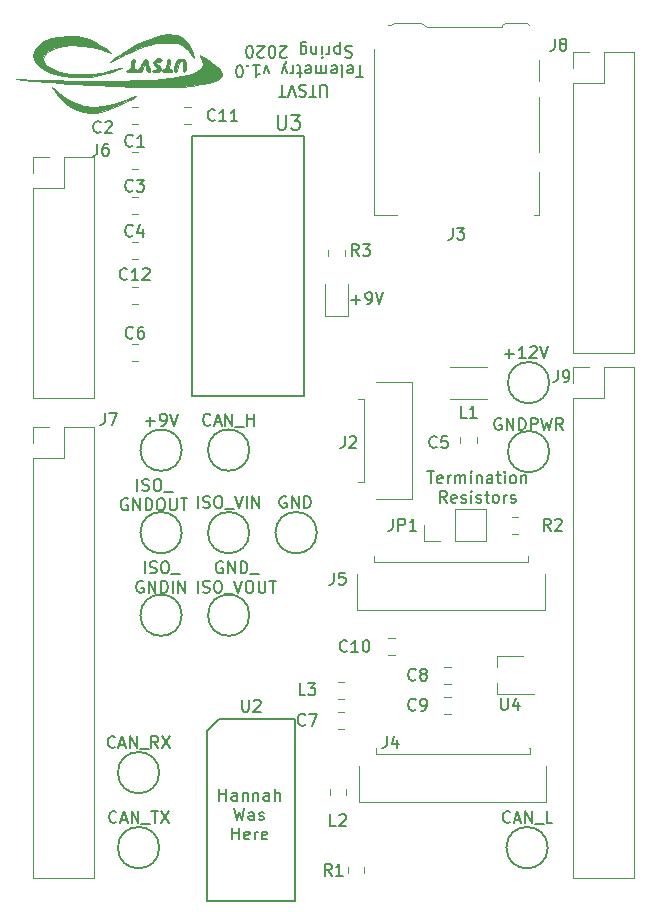
<source format=gbr>
G04 #@! TF.GenerationSoftware,KiCad,Pcbnew,(5.1.5)-3*
G04 #@! TF.CreationDate,2020-03-07T13:53:33-06:00*
G04 #@! TF.ProjectId,TelemetryBoard,54656c65-6d65-4747-9279-426f6172642e,rev?*
G04 #@! TF.SameCoordinates,Original*
G04 #@! TF.FileFunction,Legend,Top*
G04 #@! TF.FilePolarity,Positive*
%FSLAX46Y46*%
G04 Gerber Fmt 4.6, Leading zero omitted, Abs format (unit mm)*
G04 Created by KiCad (PCBNEW (5.1.5)-3) date 2020-03-07 13:53:33*
%MOMM*%
%LPD*%
G04 APERTURE LIST*
%ADD10C,0.150000*%
%ADD11C,0.120000*%
%ADD12C,0.010000*%
G04 APERTURE END LIST*
D10*
X90670380Y-103958380D02*
X90670380Y-102958380D01*
X90670380Y-103434571D02*
X91241809Y-103434571D01*
X91241809Y-103958380D02*
X91241809Y-102958380D01*
X92146571Y-103958380D02*
X92146571Y-103434571D01*
X92098952Y-103339333D01*
X92003714Y-103291714D01*
X91813238Y-103291714D01*
X91718000Y-103339333D01*
X92146571Y-103910761D02*
X92051333Y-103958380D01*
X91813238Y-103958380D01*
X91718000Y-103910761D01*
X91670380Y-103815523D01*
X91670380Y-103720285D01*
X91718000Y-103625047D01*
X91813238Y-103577428D01*
X92051333Y-103577428D01*
X92146571Y-103529809D01*
X92622761Y-103291714D02*
X92622761Y-103958380D01*
X92622761Y-103386952D02*
X92670380Y-103339333D01*
X92765619Y-103291714D01*
X92908476Y-103291714D01*
X93003714Y-103339333D01*
X93051333Y-103434571D01*
X93051333Y-103958380D01*
X93527523Y-103291714D02*
X93527523Y-103958380D01*
X93527523Y-103386952D02*
X93575142Y-103339333D01*
X93670380Y-103291714D01*
X93813238Y-103291714D01*
X93908476Y-103339333D01*
X93956095Y-103434571D01*
X93956095Y-103958380D01*
X94860857Y-103958380D02*
X94860857Y-103434571D01*
X94813238Y-103339333D01*
X94718000Y-103291714D01*
X94527523Y-103291714D01*
X94432285Y-103339333D01*
X94860857Y-103910761D02*
X94765619Y-103958380D01*
X94527523Y-103958380D01*
X94432285Y-103910761D01*
X94384666Y-103815523D01*
X94384666Y-103720285D01*
X94432285Y-103625047D01*
X94527523Y-103577428D01*
X94765619Y-103577428D01*
X94860857Y-103529809D01*
X95337047Y-103958380D02*
X95337047Y-102958380D01*
X95765619Y-103958380D02*
X95765619Y-103434571D01*
X95718000Y-103339333D01*
X95622761Y-103291714D01*
X95479904Y-103291714D01*
X95384666Y-103339333D01*
X95337047Y-103386952D01*
X91932285Y-104608380D02*
X92170380Y-105608380D01*
X92360857Y-104894095D01*
X92551333Y-105608380D01*
X92789428Y-104608380D01*
X93598952Y-105608380D02*
X93598952Y-105084571D01*
X93551333Y-104989333D01*
X93456095Y-104941714D01*
X93265619Y-104941714D01*
X93170380Y-104989333D01*
X93598952Y-105560761D02*
X93503714Y-105608380D01*
X93265619Y-105608380D01*
X93170380Y-105560761D01*
X93122761Y-105465523D01*
X93122761Y-105370285D01*
X93170380Y-105275047D01*
X93265619Y-105227428D01*
X93503714Y-105227428D01*
X93598952Y-105179809D01*
X94027523Y-105560761D02*
X94122761Y-105608380D01*
X94313238Y-105608380D01*
X94408476Y-105560761D01*
X94456095Y-105465523D01*
X94456095Y-105417904D01*
X94408476Y-105322666D01*
X94313238Y-105275047D01*
X94170380Y-105275047D01*
X94075142Y-105227428D01*
X94027523Y-105132190D01*
X94027523Y-105084571D01*
X94075142Y-104989333D01*
X94170380Y-104941714D01*
X94313238Y-104941714D01*
X94408476Y-104989333D01*
X91765619Y-107258380D02*
X91765619Y-106258380D01*
X91765619Y-106734571D02*
X92337047Y-106734571D01*
X92337047Y-107258380D02*
X92337047Y-106258380D01*
X93194190Y-107210761D02*
X93098952Y-107258380D01*
X92908476Y-107258380D01*
X92813238Y-107210761D01*
X92765619Y-107115523D01*
X92765619Y-106734571D01*
X92813238Y-106639333D01*
X92908476Y-106591714D01*
X93098952Y-106591714D01*
X93194190Y-106639333D01*
X93241809Y-106734571D01*
X93241809Y-106829809D01*
X92765619Y-106925047D01*
X93670380Y-107258380D02*
X93670380Y-106591714D01*
X93670380Y-106782190D02*
X93718000Y-106686952D01*
X93765619Y-106639333D01*
X93860857Y-106591714D01*
X93956095Y-106591714D01*
X94670380Y-107210761D02*
X94575142Y-107258380D01*
X94384666Y-107258380D01*
X94289428Y-107210761D01*
X94241809Y-107115523D01*
X94241809Y-106734571D01*
X94289428Y-106639333D01*
X94384666Y-106591714D01*
X94575142Y-106591714D01*
X94670380Y-106639333D01*
X94718000Y-106734571D01*
X94718000Y-106829809D01*
X94241809Y-106925047D01*
X99742333Y-44361619D02*
X99742333Y-43552095D01*
X99694714Y-43456857D01*
X99647095Y-43409238D01*
X99551857Y-43361619D01*
X99361380Y-43361619D01*
X99266142Y-43409238D01*
X99218523Y-43456857D01*
X99170904Y-43552095D01*
X99170904Y-44361619D01*
X98837571Y-44361619D02*
X98266142Y-44361619D01*
X98551857Y-43361619D02*
X98551857Y-44361619D01*
X97980428Y-43409238D02*
X97837571Y-43361619D01*
X97599476Y-43361619D01*
X97504238Y-43409238D01*
X97456619Y-43456857D01*
X97409000Y-43552095D01*
X97409000Y-43647333D01*
X97456619Y-43742571D01*
X97504238Y-43790190D01*
X97599476Y-43837809D01*
X97789952Y-43885428D01*
X97885190Y-43933047D01*
X97932809Y-43980666D01*
X97980428Y-44075904D01*
X97980428Y-44171142D01*
X97932809Y-44266380D01*
X97885190Y-44314000D01*
X97789952Y-44361619D01*
X97551857Y-44361619D01*
X97409000Y-44314000D01*
X97123285Y-44361619D02*
X96789952Y-43361619D01*
X96456619Y-44361619D01*
X96266142Y-44361619D02*
X95694714Y-44361619D01*
X95980428Y-43361619D02*
X95980428Y-44361619D01*
X102837571Y-42711619D02*
X102266142Y-42711619D01*
X102551857Y-41711619D02*
X102551857Y-42711619D01*
X101551857Y-41759238D02*
X101647095Y-41711619D01*
X101837571Y-41711619D01*
X101932809Y-41759238D01*
X101980428Y-41854476D01*
X101980428Y-42235428D01*
X101932809Y-42330666D01*
X101837571Y-42378285D01*
X101647095Y-42378285D01*
X101551857Y-42330666D01*
X101504238Y-42235428D01*
X101504238Y-42140190D01*
X101980428Y-42044952D01*
X100932809Y-41711619D02*
X101028047Y-41759238D01*
X101075666Y-41854476D01*
X101075666Y-42711619D01*
X100170904Y-41759238D02*
X100266142Y-41711619D01*
X100456619Y-41711619D01*
X100551857Y-41759238D01*
X100599476Y-41854476D01*
X100599476Y-42235428D01*
X100551857Y-42330666D01*
X100456619Y-42378285D01*
X100266142Y-42378285D01*
X100170904Y-42330666D01*
X100123285Y-42235428D01*
X100123285Y-42140190D01*
X100599476Y-42044952D01*
X99694714Y-41711619D02*
X99694714Y-42378285D01*
X99694714Y-42283047D02*
X99647095Y-42330666D01*
X99551857Y-42378285D01*
X99409000Y-42378285D01*
X99313761Y-42330666D01*
X99266142Y-42235428D01*
X99266142Y-41711619D01*
X99266142Y-42235428D02*
X99218523Y-42330666D01*
X99123285Y-42378285D01*
X98980428Y-42378285D01*
X98885190Y-42330666D01*
X98837571Y-42235428D01*
X98837571Y-41711619D01*
X97980428Y-41759238D02*
X98075666Y-41711619D01*
X98266142Y-41711619D01*
X98361380Y-41759238D01*
X98409000Y-41854476D01*
X98409000Y-42235428D01*
X98361380Y-42330666D01*
X98266142Y-42378285D01*
X98075666Y-42378285D01*
X97980428Y-42330666D01*
X97932809Y-42235428D01*
X97932809Y-42140190D01*
X98409000Y-42044952D01*
X97647095Y-42378285D02*
X97266142Y-42378285D01*
X97504238Y-42711619D02*
X97504238Y-41854476D01*
X97456619Y-41759238D01*
X97361380Y-41711619D01*
X97266142Y-41711619D01*
X96932809Y-41711619D02*
X96932809Y-42378285D01*
X96932809Y-42187809D02*
X96885190Y-42283047D01*
X96837571Y-42330666D01*
X96742333Y-42378285D01*
X96647095Y-42378285D01*
X96409000Y-42378285D02*
X96170904Y-41711619D01*
X95932809Y-42378285D02*
X96170904Y-41711619D01*
X96266142Y-41473523D01*
X96313761Y-41425904D01*
X96409000Y-41378285D01*
X94885190Y-42378285D02*
X94647095Y-41711619D01*
X94409000Y-42378285D01*
X93504238Y-41711619D02*
X94075666Y-41711619D01*
X93789952Y-41711619D02*
X93789952Y-42711619D01*
X93885190Y-42568761D01*
X93980428Y-42473523D01*
X94075666Y-42425904D01*
X93075666Y-41806857D02*
X93028047Y-41759238D01*
X93075666Y-41711619D01*
X93123285Y-41759238D01*
X93075666Y-41806857D01*
X93075666Y-41711619D01*
X92409000Y-42711619D02*
X92313761Y-42711619D01*
X92218523Y-42664000D01*
X92170904Y-42616380D01*
X92123285Y-42521142D01*
X92075666Y-42330666D01*
X92075666Y-42092571D01*
X92123285Y-41902095D01*
X92170904Y-41806857D01*
X92218523Y-41759238D01*
X92313761Y-41711619D01*
X92409000Y-41711619D01*
X92504238Y-41759238D01*
X92551857Y-41806857D01*
X92599476Y-41902095D01*
X92647095Y-42092571D01*
X92647095Y-42330666D01*
X92599476Y-42521142D01*
X92551857Y-42616380D01*
X92504238Y-42664000D01*
X92409000Y-42711619D01*
X101885190Y-40109238D02*
X101742333Y-40061619D01*
X101504238Y-40061619D01*
X101409000Y-40109238D01*
X101361380Y-40156857D01*
X101313761Y-40252095D01*
X101313761Y-40347333D01*
X101361380Y-40442571D01*
X101409000Y-40490190D01*
X101504238Y-40537809D01*
X101694714Y-40585428D01*
X101789952Y-40633047D01*
X101837571Y-40680666D01*
X101885190Y-40775904D01*
X101885190Y-40871142D01*
X101837571Y-40966380D01*
X101789952Y-41014000D01*
X101694714Y-41061619D01*
X101456619Y-41061619D01*
X101313761Y-41014000D01*
X100885190Y-40728285D02*
X100885190Y-39728285D01*
X100885190Y-40680666D02*
X100789952Y-40728285D01*
X100599476Y-40728285D01*
X100504238Y-40680666D01*
X100456619Y-40633047D01*
X100409000Y-40537809D01*
X100409000Y-40252095D01*
X100456619Y-40156857D01*
X100504238Y-40109238D01*
X100599476Y-40061619D01*
X100789952Y-40061619D01*
X100885190Y-40109238D01*
X99980428Y-40061619D02*
X99980428Y-40728285D01*
X99980428Y-40537809D02*
X99932809Y-40633047D01*
X99885190Y-40680666D01*
X99789952Y-40728285D01*
X99694714Y-40728285D01*
X99361380Y-40061619D02*
X99361380Y-40728285D01*
X99361380Y-41061619D02*
X99409000Y-41014000D01*
X99361380Y-40966380D01*
X99313761Y-41014000D01*
X99361380Y-41061619D01*
X99361380Y-40966380D01*
X98885190Y-40728285D02*
X98885190Y-40061619D01*
X98885190Y-40633047D02*
X98837571Y-40680666D01*
X98742333Y-40728285D01*
X98599476Y-40728285D01*
X98504238Y-40680666D01*
X98456619Y-40585428D01*
X98456619Y-40061619D01*
X97551857Y-40728285D02*
X97551857Y-39918761D01*
X97599476Y-39823523D01*
X97647095Y-39775904D01*
X97742333Y-39728285D01*
X97885190Y-39728285D01*
X97980428Y-39775904D01*
X97551857Y-40109238D02*
X97647095Y-40061619D01*
X97837571Y-40061619D01*
X97932809Y-40109238D01*
X97980428Y-40156857D01*
X98028047Y-40252095D01*
X98028047Y-40537809D01*
X97980428Y-40633047D01*
X97932809Y-40680666D01*
X97837571Y-40728285D01*
X97647095Y-40728285D01*
X97551857Y-40680666D01*
X96361380Y-40966380D02*
X96313761Y-41014000D01*
X96218523Y-41061619D01*
X95980428Y-41061619D01*
X95885190Y-41014000D01*
X95837571Y-40966380D01*
X95789952Y-40871142D01*
X95789952Y-40775904D01*
X95837571Y-40633047D01*
X96409000Y-40061619D01*
X95789952Y-40061619D01*
X95170904Y-41061619D02*
X95075666Y-41061619D01*
X94980428Y-41014000D01*
X94932809Y-40966380D01*
X94885190Y-40871142D01*
X94837571Y-40680666D01*
X94837571Y-40442571D01*
X94885190Y-40252095D01*
X94932809Y-40156857D01*
X94980428Y-40109238D01*
X95075666Y-40061619D01*
X95170904Y-40061619D01*
X95266142Y-40109238D01*
X95313761Y-40156857D01*
X95361380Y-40252095D01*
X95409000Y-40442571D01*
X95409000Y-40680666D01*
X95361380Y-40871142D01*
X95313761Y-40966380D01*
X95266142Y-41014000D01*
X95170904Y-41061619D01*
X94456619Y-40966380D02*
X94409000Y-41014000D01*
X94313761Y-41061619D01*
X94075666Y-41061619D01*
X93980428Y-41014000D01*
X93932809Y-40966380D01*
X93885190Y-40871142D01*
X93885190Y-40775904D01*
X93932809Y-40633047D01*
X94504238Y-40061619D01*
X93885190Y-40061619D01*
X93266142Y-41061619D02*
X93170904Y-41061619D01*
X93075666Y-41014000D01*
X93028047Y-40966380D01*
X92980428Y-40871142D01*
X92932809Y-40680666D01*
X92932809Y-40442571D01*
X92980428Y-40252095D01*
X93028047Y-40156857D01*
X93075666Y-40109238D01*
X93170904Y-40061619D01*
X93266142Y-40061619D01*
X93361380Y-40109238D01*
X93409000Y-40156857D01*
X93456619Y-40252095D01*
X93504238Y-40442571D01*
X93504238Y-40680666D01*
X93456619Y-40871142D01*
X93409000Y-40966380D01*
X93361380Y-41014000D01*
X93266142Y-41061619D01*
X101838285Y-61539428D02*
X102600190Y-61539428D01*
X102219238Y-61920380D02*
X102219238Y-61158476D01*
X103124000Y-61920380D02*
X103314476Y-61920380D01*
X103409714Y-61872761D01*
X103457333Y-61825142D01*
X103552571Y-61682285D01*
X103600190Y-61491809D01*
X103600190Y-61110857D01*
X103552571Y-61015619D01*
X103504952Y-60968000D01*
X103409714Y-60920380D01*
X103219238Y-60920380D01*
X103124000Y-60968000D01*
X103076380Y-61015619D01*
X103028761Y-61110857D01*
X103028761Y-61348952D01*
X103076380Y-61444190D01*
X103124000Y-61491809D01*
X103219238Y-61539428D01*
X103409714Y-61539428D01*
X103504952Y-61491809D01*
X103552571Y-61444190D01*
X103600190Y-61348952D01*
X103885904Y-60920380D02*
X104219238Y-61920380D01*
X104552571Y-60920380D01*
X108260095Y-76097380D02*
X108831523Y-76097380D01*
X108545809Y-77097380D02*
X108545809Y-76097380D01*
X109545809Y-77049761D02*
X109450571Y-77097380D01*
X109260095Y-77097380D01*
X109164857Y-77049761D01*
X109117238Y-76954523D01*
X109117238Y-76573571D01*
X109164857Y-76478333D01*
X109260095Y-76430714D01*
X109450571Y-76430714D01*
X109545809Y-76478333D01*
X109593428Y-76573571D01*
X109593428Y-76668809D01*
X109117238Y-76764047D01*
X110022000Y-77097380D02*
X110022000Y-76430714D01*
X110022000Y-76621190D02*
X110069619Y-76525952D01*
X110117238Y-76478333D01*
X110212476Y-76430714D01*
X110307714Y-76430714D01*
X110641047Y-77097380D02*
X110641047Y-76430714D01*
X110641047Y-76525952D02*
X110688666Y-76478333D01*
X110783904Y-76430714D01*
X110926761Y-76430714D01*
X111022000Y-76478333D01*
X111069619Y-76573571D01*
X111069619Y-77097380D01*
X111069619Y-76573571D02*
X111117238Y-76478333D01*
X111212476Y-76430714D01*
X111355333Y-76430714D01*
X111450571Y-76478333D01*
X111498190Y-76573571D01*
X111498190Y-77097380D01*
X111974380Y-77097380D02*
X111974380Y-76430714D01*
X111974380Y-76097380D02*
X111926761Y-76145000D01*
X111974380Y-76192619D01*
X112022000Y-76145000D01*
X111974380Y-76097380D01*
X111974380Y-76192619D01*
X112450571Y-76430714D02*
X112450571Y-77097380D01*
X112450571Y-76525952D02*
X112498190Y-76478333D01*
X112593428Y-76430714D01*
X112736285Y-76430714D01*
X112831523Y-76478333D01*
X112879142Y-76573571D01*
X112879142Y-77097380D01*
X113783904Y-77097380D02*
X113783904Y-76573571D01*
X113736285Y-76478333D01*
X113641047Y-76430714D01*
X113450571Y-76430714D01*
X113355333Y-76478333D01*
X113783904Y-77049761D02*
X113688666Y-77097380D01*
X113450571Y-77097380D01*
X113355333Y-77049761D01*
X113307714Y-76954523D01*
X113307714Y-76859285D01*
X113355333Y-76764047D01*
X113450571Y-76716428D01*
X113688666Y-76716428D01*
X113783904Y-76668809D01*
X114117238Y-76430714D02*
X114498190Y-76430714D01*
X114260095Y-76097380D02*
X114260095Y-76954523D01*
X114307714Y-77049761D01*
X114402952Y-77097380D01*
X114498190Y-77097380D01*
X114831523Y-77097380D02*
X114831523Y-76430714D01*
X114831523Y-76097380D02*
X114783904Y-76145000D01*
X114831523Y-76192619D01*
X114879142Y-76145000D01*
X114831523Y-76097380D01*
X114831523Y-76192619D01*
X115450571Y-77097380D02*
X115355333Y-77049761D01*
X115307714Y-77002142D01*
X115260095Y-76906904D01*
X115260095Y-76621190D01*
X115307714Y-76525952D01*
X115355333Y-76478333D01*
X115450571Y-76430714D01*
X115593428Y-76430714D01*
X115688666Y-76478333D01*
X115736285Y-76525952D01*
X115783904Y-76621190D01*
X115783904Y-76906904D01*
X115736285Y-77002142D01*
X115688666Y-77049761D01*
X115593428Y-77097380D01*
X115450571Y-77097380D01*
X116212476Y-76430714D02*
X116212476Y-77097380D01*
X116212476Y-76525952D02*
X116260095Y-76478333D01*
X116355333Y-76430714D01*
X116498190Y-76430714D01*
X116593428Y-76478333D01*
X116641047Y-76573571D01*
X116641047Y-77097380D01*
X109902952Y-78747380D02*
X109569619Y-78271190D01*
X109331523Y-78747380D02*
X109331523Y-77747380D01*
X109712476Y-77747380D01*
X109807714Y-77795000D01*
X109855333Y-77842619D01*
X109902952Y-77937857D01*
X109902952Y-78080714D01*
X109855333Y-78175952D01*
X109807714Y-78223571D01*
X109712476Y-78271190D01*
X109331523Y-78271190D01*
X110712476Y-78699761D02*
X110617238Y-78747380D01*
X110426761Y-78747380D01*
X110331523Y-78699761D01*
X110283904Y-78604523D01*
X110283904Y-78223571D01*
X110331523Y-78128333D01*
X110426761Y-78080714D01*
X110617238Y-78080714D01*
X110712476Y-78128333D01*
X110760095Y-78223571D01*
X110760095Y-78318809D01*
X110283904Y-78414047D01*
X111141047Y-78699761D02*
X111236285Y-78747380D01*
X111426761Y-78747380D01*
X111522000Y-78699761D01*
X111569619Y-78604523D01*
X111569619Y-78556904D01*
X111522000Y-78461666D01*
X111426761Y-78414047D01*
X111283904Y-78414047D01*
X111188666Y-78366428D01*
X111141047Y-78271190D01*
X111141047Y-78223571D01*
X111188666Y-78128333D01*
X111283904Y-78080714D01*
X111426761Y-78080714D01*
X111522000Y-78128333D01*
X111998190Y-78747380D02*
X111998190Y-78080714D01*
X111998190Y-77747380D02*
X111950571Y-77795000D01*
X111998190Y-77842619D01*
X112045809Y-77795000D01*
X111998190Y-77747380D01*
X111998190Y-77842619D01*
X112426761Y-78699761D02*
X112522000Y-78747380D01*
X112712476Y-78747380D01*
X112807714Y-78699761D01*
X112855333Y-78604523D01*
X112855333Y-78556904D01*
X112807714Y-78461666D01*
X112712476Y-78414047D01*
X112569619Y-78414047D01*
X112474380Y-78366428D01*
X112426761Y-78271190D01*
X112426761Y-78223571D01*
X112474380Y-78128333D01*
X112569619Y-78080714D01*
X112712476Y-78080714D01*
X112807714Y-78128333D01*
X113141047Y-78080714D02*
X113522000Y-78080714D01*
X113283904Y-77747380D02*
X113283904Y-78604523D01*
X113331523Y-78699761D01*
X113426761Y-78747380D01*
X113522000Y-78747380D01*
X113998190Y-78747380D02*
X113902952Y-78699761D01*
X113855333Y-78652142D01*
X113807714Y-78556904D01*
X113807714Y-78271190D01*
X113855333Y-78175952D01*
X113902952Y-78128333D01*
X113998190Y-78080714D01*
X114141047Y-78080714D01*
X114236285Y-78128333D01*
X114283904Y-78175952D01*
X114331523Y-78271190D01*
X114331523Y-78556904D01*
X114283904Y-78652142D01*
X114236285Y-78699761D01*
X114141047Y-78747380D01*
X113998190Y-78747380D01*
X114760095Y-78747380D02*
X114760095Y-78080714D01*
X114760095Y-78271190D02*
X114807714Y-78175952D01*
X114855333Y-78128333D01*
X114950571Y-78080714D01*
X115045809Y-78080714D01*
X115331523Y-78699761D02*
X115426761Y-78747380D01*
X115617238Y-78747380D01*
X115712476Y-78699761D01*
X115760095Y-78604523D01*
X115760095Y-78556904D01*
X115712476Y-78461666D01*
X115617238Y-78414047D01*
X115474380Y-78414047D01*
X115379142Y-78366428D01*
X115331523Y-78271190D01*
X115331523Y-78223571D01*
X115379142Y-78128333D01*
X115474380Y-78080714D01*
X115617238Y-78080714D01*
X115712476Y-78128333D01*
X114506666Y-71636000D02*
X114411428Y-71588380D01*
X114268571Y-71588380D01*
X114125714Y-71636000D01*
X114030476Y-71731238D01*
X113982857Y-71826476D01*
X113935238Y-72016952D01*
X113935238Y-72159809D01*
X113982857Y-72350285D01*
X114030476Y-72445523D01*
X114125714Y-72540761D01*
X114268571Y-72588380D01*
X114363809Y-72588380D01*
X114506666Y-72540761D01*
X114554285Y-72493142D01*
X114554285Y-72159809D01*
X114363809Y-72159809D01*
X114982857Y-72588380D02*
X114982857Y-71588380D01*
X115554285Y-72588380D01*
X115554285Y-71588380D01*
X116030476Y-72588380D02*
X116030476Y-71588380D01*
X116268571Y-71588380D01*
X116411428Y-71636000D01*
X116506666Y-71731238D01*
X116554285Y-71826476D01*
X116601904Y-72016952D01*
X116601904Y-72159809D01*
X116554285Y-72350285D01*
X116506666Y-72445523D01*
X116411428Y-72540761D01*
X116268571Y-72588380D01*
X116030476Y-72588380D01*
X117030476Y-72588380D02*
X117030476Y-71588380D01*
X117411428Y-71588380D01*
X117506666Y-71636000D01*
X117554285Y-71683619D01*
X117601904Y-71778857D01*
X117601904Y-71921714D01*
X117554285Y-72016952D01*
X117506666Y-72064571D01*
X117411428Y-72112190D01*
X117030476Y-72112190D01*
X117935238Y-71588380D02*
X118173333Y-72588380D01*
X118363809Y-71874095D01*
X118554285Y-72588380D01*
X118792380Y-71588380D01*
X119744761Y-72588380D02*
X119411428Y-72112190D01*
X119173333Y-72588380D02*
X119173333Y-71588380D01*
X119554285Y-71588380D01*
X119649523Y-71636000D01*
X119697142Y-71683619D01*
X119744761Y-71778857D01*
X119744761Y-71921714D01*
X119697142Y-72016952D01*
X119649523Y-72064571D01*
X119554285Y-72112190D01*
X119173333Y-72112190D01*
X114824095Y-66111428D02*
X115586000Y-66111428D01*
X115205047Y-66492380D02*
X115205047Y-65730476D01*
X116586000Y-66492380D02*
X116014571Y-66492380D01*
X116300285Y-66492380D02*
X116300285Y-65492380D01*
X116205047Y-65635238D01*
X116109809Y-65730476D01*
X116014571Y-65778095D01*
X116966952Y-65587619D02*
X117014571Y-65540000D01*
X117109809Y-65492380D01*
X117347904Y-65492380D01*
X117443142Y-65540000D01*
X117490761Y-65587619D01*
X117538380Y-65682857D01*
X117538380Y-65778095D01*
X117490761Y-65920952D01*
X116919333Y-66492380D01*
X117538380Y-66492380D01*
X117824095Y-65492380D02*
X118157428Y-66492380D01*
X118490761Y-65492380D01*
X115284428Y-105767142D02*
X115236809Y-105814761D01*
X115093952Y-105862380D01*
X114998714Y-105862380D01*
X114855857Y-105814761D01*
X114760619Y-105719523D01*
X114713000Y-105624285D01*
X114665380Y-105433809D01*
X114665380Y-105290952D01*
X114713000Y-105100476D01*
X114760619Y-105005238D01*
X114855857Y-104910000D01*
X114998714Y-104862380D01*
X115093952Y-104862380D01*
X115236809Y-104910000D01*
X115284428Y-104957619D01*
X115665380Y-105576666D02*
X116141571Y-105576666D01*
X115570142Y-105862380D02*
X115903476Y-104862380D01*
X116236809Y-105862380D01*
X116570142Y-105862380D02*
X116570142Y-104862380D01*
X117141571Y-105862380D01*
X117141571Y-104862380D01*
X117379666Y-105957619D02*
X118141571Y-105957619D01*
X118855857Y-105862380D02*
X118379666Y-105862380D01*
X118379666Y-104862380D01*
X81939047Y-105767142D02*
X81891428Y-105814761D01*
X81748571Y-105862380D01*
X81653333Y-105862380D01*
X81510476Y-105814761D01*
X81415238Y-105719523D01*
X81367619Y-105624285D01*
X81320000Y-105433809D01*
X81320000Y-105290952D01*
X81367619Y-105100476D01*
X81415238Y-105005238D01*
X81510476Y-104910000D01*
X81653333Y-104862380D01*
X81748571Y-104862380D01*
X81891428Y-104910000D01*
X81939047Y-104957619D01*
X82320000Y-105576666D02*
X82796190Y-105576666D01*
X82224761Y-105862380D02*
X82558095Y-104862380D01*
X82891428Y-105862380D01*
X83224761Y-105862380D02*
X83224761Y-104862380D01*
X83796190Y-105862380D01*
X83796190Y-104862380D01*
X84034285Y-105957619D02*
X84796190Y-105957619D01*
X84891428Y-104862380D02*
X85462857Y-104862380D01*
X85177142Y-105862380D02*
X85177142Y-104862380D01*
X85700952Y-104862380D02*
X86367619Y-105862380D01*
X86367619Y-104862380D02*
X85700952Y-105862380D01*
X81820000Y-99417142D02*
X81772380Y-99464761D01*
X81629523Y-99512380D01*
X81534285Y-99512380D01*
X81391428Y-99464761D01*
X81296190Y-99369523D01*
X81248571Y-99274285D01*
X81200952Y-99083809D01*
X81200952Y-98940952D01*
X81248571Y-98750476D01*
X81296190Y-98655238D01*
X81391428Y-98560000D01*
X81534285Y-98512380D01*
X81629523Y-98512380D01*
X81772380Y-98560000D01*
X81820000Y-98607619D01*
X82200952Y-99226666D02*
X82677142Y-99226666D01*
X82105714Y-99512380D02*
X82439047Y-98512380D01*
X82772380Y-99512380D01*
X83105714Y-99512380D02*
X83105714Y-98512380D01*
X83677142Y-99512380D01*
X83677142Y-98512380D01*
X83915238Y-99607619D02*
X84677142Y-99607619D01*
X85486666Y-99512380D02*
X85153333Y-99036190D01*
X84915238Y-99512380D02*
X84915238Y-98512380D01*
X85296190Y-98512380D01*
X85391428Y-98560000D01*
X85439047Y-98607619D01*
X85486666Y-98702857D01*
X85486666Y-98845714D01*
X85439047Y-98940952D01*
X85391428Y-98988571D01*
X85296190Y-99036190D01*
X84915238Y-99036190D01*
X85820000Y-98512380D02*
X86486666Y-99512380D01*
X86486666Y-98512380D02*
X85820000Y-99512380D01*
X84439285Y-71826428D02*
X85201190Y-71826428D01*
X84820238Y-72207380D02*
X84820238Y-71445476D01*
X85725000Y-72207380D02*
X85915476Y-72207380D01*
X86010714Y-72159761D01*
X86058333Y-72112142D01*
X86153571Y-71969285D01*
X86201190Y-71778809D01*
X86201190Y-71397857D01*
X86153571Y-71302619D01*
X86105952Y-71255000D01*
X86010714Y-71207380D01*
X85820238Y-71207380D01*
X85725000Y-71255000D01*
X85677380Y-71302619D01*
X85629761Y-71397857D01*
X85629761Y-71635952D01*
X85677380Y-71731190D01*
X85725000Y-71778809D01*
X85820238Y-71826428D01*
X86010714Y-71826428D01*
X86105952Y-71778809D01*
X86153571Y-71731190D01*
X86201190Y-71635952D01*
X86486904Y-71207380D02*
X86820238Y-72207380D01*
X87153571Y-71207380D01*
X83709047Y-77732380D02*
X83709047Y-76732380D01*
X84137619Y-77684761D02*
X84280476Y-77732380D01*
X84518571Y-77732380D01*
X84613809Y-77684761D01*
X84661428Y-77637142D01*
X84709047Y-77541904D01*
X84709047Y-77446666D01*
X84661428Y-77351428D01*
X84613809Y-77303809D01*
X84518571Y-77256190D01*
X84328095Y-77208571D01*
X84232857Y-77160952D01*
X84185238Y-77113333D01*
X84137619Y-77018095D01*
X84137619Y-76922857D01*
X84185238Y-76827619D01*
X84232857Y-76780000D01*
X84328095Y-76732380D01*
X84566190Y-76732380D01*
X84709047Y-76780000D01*
X85328095Y-76732380D02*
X85518571Y-76732380D01*
X85613809Y-76780000D01*
X85709047Y-76875238D01*
X85756666Y-77065714D01*
X85756666Y-77399047D01*
X85709047Y-77589523D01*
X85613809Y-77684761D01*
X85518571Y-77732380D01*
X85328095Y-77732380D01*
X85232857Y-77684761D01*
X85137619Y-77589523D01*
X85090000Y-77399047D01*
X85090000Y-77065714D01*
X85137619Y-76875238D01*
X85232857Y-76780000D01*
X85328095Y-76732380D01*
X85947142Y-77827619D02*
X86709047Y-77827619D01*
X82899523Y-78430000D02*
X82804285Y-78382380D01*
X82661428Y-78382380D01*
X82518571Y-78430000D01*
X82423333Y-78525238D01*
X82375714Y-78620476D01*
X82328095Y-78810952D01*
X82328095Y-78953809D01*
X82375714Y-79144285D01*
X82423333Y-79239523D01*
X82518571Y-79334761D01*
X82661428Y-79382380D01*
X82756666Y-79382380D01*
X82899523Y-79334761D01*
X82947142Y-79287142D01*
X82947142Y-78953809D01*
X82756666Y-78953809D01*
X83375714Y-79382380D02*
X83375714Y-78382380D01*
X83947142Y-79382380D01*
X83947142Y-78382380D01*
X84423333Y-79382380D02*
X84423333Y-78382380D01*
X84661428Y-78382380D01*
X84804285Y-78430000D01*
X84899523Y-78525238D01*
X84947142Y-78620476D01*
X84994761Y-78810952D01*
X84994761Y-78953809D01*
X84947142Y-79144285D01*
X84899523Y-79239523D01*
X84804285Y-79334761D01*
X84661428Y-79382380D01*
X84423333Y-79382380D01*
X85613809Y-78382380D02*
X85804285Y-78382380D01*
X85899523Y-78430000D01*
X85994761Y-78525238D01*
X86042380Y-78715714D01*
X86042380Y-79049047D01*
X85994761Y-79239523D01*
X85899523Y-79334761D01*
X85804285Y-79382380D01*
X85613809Y-79382380D01*
X85518571Y-79334761D01*
X85423333Y-79239523D01*
X85375714Y-79049047D01*
X85375714Y-78715714D01*
X85423333Y-78525238D01*
X85518571Y-78430000D01*
X85613809Y-78382380D01*
X86470952Y-78382380D02*
X86470952Y-79191904D01*
X86518571Y-79287142D01*
X86566190Y-79334761D01*
X86661428Y-79382380D01*
X86851904Y-79382380D01*
X86947142Y-79334761D01*
X86994761Y-79287142D01*
X87042380Y-79191904D01*
X87042380Y-78382380D01*
X87375714Y-78382380D02*
X87947142Y-78382380D01*
X87661428Y-79382380D02*
X87661428Y-78382380D01*
X84344047Y-84717380D02*
X84344047Y-83717380D01*
X84772619Y-84669761D02*
X84915476Y-84717380D01*
X85153571Y-84717380D01*
X85248809Y-84669761D01*
X85296428Y-84622142D01*
X85344047Y-84526904D01*
X85344047Y-84431666D01*
X85296428Y-84336428D01*
X85248809Y-84288809D01*
X85153571Y-84241190D01*
X84963095Y-84193571D01*
X84867857Y-84145952D01*
X84820238Y-84098333D01*
X84772619Y-84003095D01*
X84772619Y-83907857D01*
X84820238Y-83812619D01*
X84867857Y-83765000D01*
X84963095Y-83717380D01*
X85201190Y-83717380D01*
X85344047Y-83765000D01*
X85963095Y-83717380D02*
X86153571Y-83717380D01*
X86248809Y-83765000D01*
X86344047Y-83860238D01*
X86391666Y-84050714D01*
X86391666Y-84384047D01*
X86344047Y-84574523D01*
X86248809Y-84669761D01*
X86153571Y-84717380D01*
X85963095Y-84717380D01*
X85867857Y-84669761D01*
X85772619Y-84574523D01*
X85725000Y-84384047D01*
X85725000Y-84050714D01*
X85772619Y-83860238D01*
X85867857Y-83765000D01*
X85963095Y-83717380D01*
X86582142Y-84812619D02*
X87344047Y-84812619D01*
X84201190Y-85415000D02*
X84105952Y-85367380D01*
X83963095Y-85367380D01*
X83820238Y-85415000D01*
X83725000Y-85510238D01*
X83677380Y-85605476D01*
X83629761Y-85795952D01*
X83629761Y-85938809D01*
X83677380Y-86129285D01*
X83725000Y-86224523D01*
X83820238Y-86319761D01*
X83963095Y-86367380D01*
X84058333Y-86367380D01*
X84201190Y-86319761D01*
X84248809Y-86272142D01*
X84248809Y-85938809D01*
X84058333Y-85938809D01*
X84677380Y-86367380D02*
X84677380Y-85367380D01*
X85248809Y-86367380D01*
X85248809Y-85367380D01*
X85725000Y-86367380D02*
X85725000Y-85367380D01*
X85963095Y-85367380D01*
X86105952Y-85415000D01*
X86201190Y-85510238D01*
X86248809Y-85605476D01*
X86296428Y-85795952D01*
X86296428Y-85938809D01*
X86248809Y-86129285D01*
X86201190Y-86224523D01*
X86105952Y-86319761D01*
X85963095Y-86367380D01*
X85725000Y-86367380D01*
X86725000Y-86367380D02*
X86725000Y-85367380D01*
X87201190Y-86367380D02*
X87201190Y-85367380D01*
X87772619Y-86367380D01*
X87772619Y-85367380D01*
X90932142Y-83765000D02*
X90836904Y-83717380D01*
X90694047Y-83717380D01*
X90551190Y-83765000D01*
X90455952Y-83860238D01*
X90408333Y-83955476D01*
X90360714Y-84145952D01*
X90360714Y-84288809D01*
X90408333Y-84479285D01*
X90455952Y-84574523D01*
X90551190Y-84669761D01*
X90694047Y-84717380D01*
X90789285Y-84717380D01*
X90932142Y-84669761D01*
X90979761Y-84622142D01*
X90979761Y-84288809D01*
X90789285Y-84288809D01*
X91408333Y-84717380D02*
X91408333Y-83717380D01*
X91979761Y-84717380D01*
X91979761Y-83717380D01*
X92455952Y-84717380D02*
X92455952Y-83717380D01*
X92694047Y-83717380D01*
X92836904Y-83765000D01*
X92932142Y-83860238D01*
X92979761Y-83955476D01*
X93027380Y-84145952D01*
X93027380Y-84288809D01*
X92979761Y-84479285D01*
X92932142Y-84574523D01*
X92836904Y-84669761D01*
X92694047Y-84717380D01*
X92455952Y-84717380D01*
X93217857Y-84812619D02*
X93979761Y-84812619D01*
X88836904Y-86367380D02*
X88836904Y-85367380D01*
X89265476Y-86319761D02*
X89408333Y-86367380D01*
X89646428Y-86367380D01*
X89741666Y-86319761D01*
X89789285Y-86272142D01*
X89836904Y-86176904D01*
X89836904Y-86081666D01*
X89789285Y-85986428D01*
X89741666Y-85938809D01*
X89646428Y-85891190D01*
X89455952Y-85843571D01*
X89360714Y-85795952D01*
X89313095Y-85748333D01*
X89265476Y-85653095D01*
X89265476Y-85557857D01*
X89313095Y-85462619D01*
X89360714Y-85415000D01*
X89455952Y-85367380D01*
X89694047Y-85367380D01*
X89836904Y-85415000D01*
X90455952Y-85367380D02*
X90646428Y-85367380D01*
X90741666Y-85415000D01*
X90836904Y-85510238D01*
X90884523Y-85700714D01*
X90884523Y-86034047D01*
X90836904Y-86224523D01*
X90741666Y-86319761D01*
X90646428Y-86367380D01*
X90455952Y-86367380D01*
X90360714Y-86319761D01*
X90265476Y-86224523D01*
X90217857Y-86034047D01*
X90217857Y-85700714D01*
X90265476Y-85510238D01*
X90360714Y-85415000D01*
X90455952Y-85367380D01*
X91075000Y-86462619D02*
X91836904Y-86462619D01*
X91932142Y-85367380D02*
X92265476Y-86367380D01*
X92598809Y-85367380D01*
X93122619Y-85367380D02*
X93313095Y-85367380D01*
X93408333Y-85415000D01*
X93503571Y-85510238D01*
X93551190Y-85700714D01*
X93551190Y-86034047D01*
X93503571Y-86224523D01*
X93408333Y-86319761D01*
X93313095Y-86367380D01*
X93122619Y-86367380D01*
X93027380Y-86319761D01*
X92932142Y-86224523D01*
X92884523Y-86034047D01*
X92884523Y-85700714D01*
X92932142Y-85510238D01*
X93027380Y-85415000D01*
X93122619Y-85367380D01*
X93979761Y-85367380D02*
X93979761Y-86176904D01*
X94027380Y-86272142D01*
X94075000Y-86319761D01*
X94170238Y-86367380D01*
X94360714Y-86367380D01*
X94455952Y-86319761D01*
X94503571Y-86272142D01*
X94551190Y-86176904D01*
X94551190Y-85367380D01*
X94884523Y-85367380D02*
X95455952Y-85367380D01*
X95170238Y-86367380D02*
X95170238Y-85367380D01*
X88868571Y-79192380D02*
X88868571Y-78192380D01*
X89297142Y-79144761D02*
X89440000Y-79192380D01*
X89678095Y-79192380D01*
X89773333Y-79144761D01*
X89820952Y-79097142D01*
X89868571Y-79001904D01*
X89868571Y-78906666D01*
X89820952Y-78811428D01*
X89773333Y-78763809D01*
X89678095Y-78716190D01*
X89487619Y-78668571D01*
X89392380Y-78620952D01*
X89344761Y-78573333D01*
X89297142Y-78478095D01*
X89297142Y-78382857D01*
X89344761Y-78287619D01*
X89392380Y-78240000D01*
X89487619Y-78192380D01*
X89725714Y-78192380D01*
X89868571Y-78240000D01*
X90487619Y-78192380D02*
X90678095Y-78192380D01*
X90773333Y-78240000D01*
X90868571Y-78335238D01*
X90916190Y-78525714D01*
X90916190Y-78859047D01*
X90868571Y-79049523D01*
X90773333Y-79144761D01*
X90678095Y-79192380D01*
X90487619Y-79192380D01*
X90392380Y-79144761D01*
X90297142Y-79049523D01*
X90249523Y-78859047D01*
X90249523Y-78525714D01*
X90297142Y-78335238D01*
X90392380Y-78240000D01*
X90487619Y-78192380D01*
X91106666Y-79287619D02*
X91868571Y-79287619D01*
X91963809Y-78192380D02*
X92297142Y-79192380D01*
X92630476Y-78192380D01*
X92963809Y-79192380D02*
X92963809Y-78192380D01*
X93440000Y-79192380D02*
X93440000Y-78192380D01*
X94011428Y-79192380D01*
X94011428Y-78192380D01*
X89892380Y-72112142D02*
X89844761Y-72159761D01*
X89701904Y-72207380D01*
X89606666Y-72207380D01*
X89463809Y-72159761D01*
X89368571Y-72064523D01*
X89320952Y-71969285D01*
X89273333Y-71778809D01*
X89273333Y-71635952D01*
X89320952Y-71445476D01*
X89368571Y-71350238D01*
X89463809Y-71255000D01*
X89606666Y-71207380D01*
X89701904Y-71207380D01*
X89844761Y-71255000D01*
X89892380Y-71302619D01*
X90273333Y-71921666D02*
X90749523Y-71921666D01*
X90178095Y-72207380D02*
X90511428Y-71207380D01*
X90844761Y-72207380D01*
X91178095Y-72207380D02*
X91178095Y-71207380D01*
X91749523Y-72207380D01*
X91749523Y-71207380D01*
X91987619Y-72302619D02*
X92749523Y-72302619D01*
X92987619Y-72207380D02*
X92987619Y-71207380D01*
X92987619Y-71683571D02*
X93559047Y-71683571D01*
X93559047Y-72207380D02*
X93559047Y-71207380D01*
X96318095Y-78240000D02*
X96222857Y-78192380D01*
X96080000Y-78192380D01*
X95937142Y-78240000D01*
X95841904Y-78335238D01*
X95794285Y-78430476D01*
X95746666Y-78620952D01*
X95746666Y-78763809D01*
X95794285Y-78954285D01*
X95841904Y-79049523D01*
X95937142Y-79144761D01*
X96080000Y-79192380D01*
X96175238Y-79192380D01*
X96318095Y-79144761D01*
X96365714Y-79097142D01*
X96365714Y-78763809D01*
X96175238Y-78763809D01*
X96794285Y-79192380D02*
X96794285Y-78192380D01*
X97365714Y-79192380D01*
X97365714Y-78192380D01*
X97841904Y-79192380D02*
X97841904Y-78192380D01*
X98080000Y-78192380D01*
X98222857Y-78240000D01*
X98318095Y-78335238D01*
X98365714Y-78430476D01*
X98413333Y-78620952D01*
X98413333Y-78763809D01*
X98365714Y-78954285D01*
X98318095Y-79049523D01*
X98222857Y-79144761D01*
X98080000Y-79192380D01*
X97841904Y-79192380D01*
D11*
X101421000Y-102943922D02*
X101421000Y-103461078D01*
X100001000Y-102943922D02*
X100001000Y-103461078D01*
X101223578Y-95325000D02*
X100706422Y-95325000D01*
X101223578Y-93905000D02*
X100706422Y-93905000D01*
D12*
G36*
X79147978Y-45673961D02*
G01*
X78840332Y-45591682D01*
X78213758Y-45317518D01*
X77609490Y-44897725D01*
X77060655Y-44355659D01*
X77021230Y-44309025D01*
X76808568Y-44043679D01*
X76638188Y-43811775D01*
X76530457Y-43643147D01*
X76505740Y-43567630D01*
X76514521Y-43566698D01*
X76585702Y-43620013D01*
X76754084Y-43756961D01*
X76987831Y-43951521D01*
X77073441Y-44023558D01*
X77785867Y-44552127D01*
X78503105Y-44932567D01*
X79239574Y-45166162D01*
X80009691Y-45254193D01*
X80827873Y-45197943D01*
X81708537Y-44998692D01*
X82666103Y-44657724D01*
X82932686Y-44544600D01*
X83301483Y-44389627D01*
X83526585Y-44308443D01*
X83614145Y-44295977D01*
X83570317Y-44347158D01*
X83401254Y-44456915D01*
X83113110Y-44620176D01*
X82712038Y-44831870D01*
X82380666Y-44999542D01*
X81601536Y-45356397D01*
X80915342Y-45597811D01*
X80295445Y-45728240D01*
X79715203Y-45752137D01*
X79147978Y-45673961D01*
G37*
X79147978Y-45673961D02*
X78840332Y-45591682D01*
X78213758Y-45317518D01*
X77609490Y-44897725D01*
X77060655Y-44355659D01*
X77021230Y-44309025D01*
X76808568Y-44043679D01*
X76638188Y-43811775D01*
X76530457Y-43643147D01*
X76505740Y-43567630D01*
X76514521Y-43566698D01*
X76585702Y-43620013D01*
X76754084Y-43756961D01*
X76987831Y-43951521D01*
X77073441Y-44023558D01*
X77785867Y-44552127D01*
X78503105Y-44932567D01*
X79239574Y-45166162D01*
X80009691Y-45254193D01*
X80827873Y-45197943D01*
X81708537Y-44998692D01*
X82666103Y-44657724D01*
X82932686Y-44544600D01*
X83301483Y-44389627D01*
X83526585Y-44308443D01*
X83614145Y-44295977D01*
X83570317Y-44347158D01*
X83401254Y-44456915D01*
X83113110Y-44620176D01*
X82712038Y-44831870D01*
X82380666Y-44999542D01*
X81601536Y-45356397D01*
X80915342Y-45597811D01*
X80295445Y-45728240D01*
X79715203Y-45752137D01*
X79147978Y-45673961D01*
G36*
X83035000Y-42282829D02*
G01*
X82844456Y-42255776D01*
X82780025Y-42206027D01*
X82782409Y-42185166D01*
X82885111Y-42089153D01*
X83001132Y-42052278D01*
X83144636Y-41980184D01*
X83186156Y-41798278D01*
X83215487Y-41483413D01*
X83291927Y-41269708D01*
X83403568Y-41190337D01*
X83404425Y-41190333D01*
X83464787Y-41215380D01*
X83486041Y-41310582D01*
X83467963Y-41506027D01*
X83410327Y-41831807D01*
X83399225Y-41888833D01*
X83431456Y-42013258D01*
X83524537Y-42037000D01*
X83670642Y-42082185D01*
X83710716Y-42132483D01*
X83761831Y-42112473D01*
X83866855Y-41970724D01*
X84004098Y-41737016D01*
X84019070Y-41709149D01*
X84172682Y-41450194D01*
X84312732Y-41264240D01*
X84409620Y-41190407D01*
X84411624Y-41190333D01*
X84501170Y-41267085D01*
X84601572Y-41471704D01*
X84660659Y-41647864D01*
X84749341Y-41970149D01*
X84784640Y-42163498D01*
X84766933Y-42259551D01*
X84696594Y-42289946D01*
X84668280Y-42291000D01*
X84561358Y-42218057D01*
X84491875Y-42058166D01*
X84425079Y-41788002D01*
X84365903Y-41676964D01*
X84294520Y-41717086D01*
X84191103Y-41900401D01*
X84175833Y-41931166D01*
X83998306Y-42291000D01*
X83372931Y-42291000D01*
X83035000Y-42282829D01*
G37*
X83035000Y-42282829D02*
X82844456Y-42255776D01*
X82780025Y-42206027D01*
X82782409Y-42185166D01*
X82885111Y-42089153D01*
X83001132Y-42052278D01*
X83144636Y-41980184D01*
X83186156Y-41798278D01*
X83215487Y-41483413D01*
X83291927Y-41269708D01*
X83403568Y-41190337D01*
X83404425Y-41190333D01*
X83464787Y-41215380D01*
X83486041Y-41310582D01*
X83467963Y-41506027D01*
X83410327Y-41831807D01*
X83399225Y-41888833D01*
X83431456Y-42013258D01*
X83524537Y-42037000D01*
X83670642Y-42082185D01*
X83710716Y-42132483D01*
X83761831Y-42112473D01*
X83866855Y-41970724D01*
X84004098Y-41737016D01*
X84019070Y-41709149D01*
X84172682Y-41450194D01*
X84312732Y-41264240D01*
X84409620Y-41190407D01*
X84411624Y-41190333D01*
X84501170Y-41267085D01*
X84601572Y-41471704D01*
X84660659Y-41647864D01*
X84749341Y-41970149D01*
X84784640Y-42163498D01*
X84766933Y-42259551D01*
X84696594Y-42289946D01*
X84668280Y-42291000D01*
X84561358Y-42218057D01*
X84491875Y-42058166D01*
X84425079Y-41788002D01*
X84365903Y-41676964D01*
X84294520Y-41717086D01*
X84191103Y-41900401D01*
X84175833Y-41931166D01*
X83998306Y-42291000D01*
X83372931Y-42291000D01*
X83035000Y-42282829D01*
G36*
X85966781Y-42277404D02*
G01*
X85836756Y-42230332D01*
X85809666Y-42164000D01*
X85879950Y-42060491D01*
X85976084Y-42037000D01*
X86081805Y-42005825D01*
X86148004Y-41886324D01*
X86195166Y-41639535D01*
X86198658Y-41613666D01*
X86258134Y-41327825D01*
X86341818Y-41199790D01*
X86378852Y-41190333D01*
X86449747Y-41222302D01*
X86470907Y-41342782D01*
X86448064Y-41588634D01*
X86444666Y-41613666D01*
X86418050Y-41867799D01*
X86433819Y-41995493D01*
X86499074Y-42035924D01*
X86521388Y-42037000D01*
X86638657Y-42101356D01*
X86656333Y-42164000D01*
X86611014Y-42243865D01*
X86454106Y-42282873D01*
X86233000Y-42291000D01*
X85966781Y-42277404D01*
G37*
X85966781Y-42277404D02*
X85836756Y-42230332D01*
X85809666Y-42164000D01*
X85879950Y-42060491D01*
X85976084Y-42037000D01*
X86081805Y-42005825D01*
X86148004Y-41886324D01*
X86195166Y-41639535D01*
X86198658Y-41613666D01*
X86258134Y-41327825D01*
X86341818Y-41199790D01*
X86378852Y-41190333D01*
X86449747Y-41222302D01*
X86470907Y-41342782D01*
X86448064Y-41588634D01*
X86444666Y-41613666D01*
X86418050Y-41867799D01*
X86433819Y-41995493D01*
X86499074Y-42035924D01*
X86521388Y-42037000D01*
X86638657Y-42101356D01*
X86656333Y-42164000D01*
X86611014Y-42243865D01*
X86454106Y-42282873D01*
X86233000Y-42291000D01*
X85966781Y-42277404D01*
G36*
X85005865Y-42247304D02*
G01*
X84984588Y-42185166D01*
X85087029Y-42102381D01*
X85217000Y-42079333D01*
X85399081Y-42039018D01*
X85433729Y-41942573D01*
X85315099Y-41826753D01*
X85261526Y-41799404D01*
X85087391Y-41651681D01*
X85062657Y-41462510D01*
X85189231Y-41273628D01*
X85235839Y-41237467D01*
X85446917Y-41123456D01*
X85618081Y-41131730D01*
X85714680Y-41182164D01*
X85795317Y-41283553D01*
X85740074Y-41363590D01*
X85582008Y-41389335D01*
X85515354Y-41380775D01*
X85347282Y-41390369D01*
X85301118Y-41475831D01*
X85380770Y-41591580D01*
X85491672Y-41657090D01*
X85667951Y-41806060D01*
X85710567Y-42006689D01*
X85636958Y-42168067D01*
X85508162Y-42246228D01*
X85321073Y-42286509D01*
X85134153Y-42287379D01*
X85005865Y-42247304D01*
G37*
X85005865Y-42247304D02*
X84984588Y-42185166D01*
X85087029Y-42102381D01*
X85217000Y-42079333D01*
X85399081Y-42039018D01*
X85433729Y-41942573D01*
X85315099Y-41826753D01*
X85261526Y-41799404D01*
X85087391Y-41651681D01*
X85062657Y-41462510D01*
X85189231Y-41273628D01*
X85235839Y-41237467D01*
X85446917Y-41123456D01*
X85618081Y-41131730D01*
X85714680Y-41182164D01*
X85795317Y-41283553D01*
X85740074Y-41363590D01*
X85582008Y-41389335D01*
X85515354Y-41380775D01*
X85347282Y-41390369D01*
X85301118Y-41475831D01*
X85380770Y-41591580D01*
X85491672Y-41657090D01*
X85667951Y-41806060D01*
X85710567Y-42006689D01*
X85636958Y-42168067D01*
X85508162Y-42246228D01*
X85321073Y-42286509D01*
X85134153Y-42287379D01*
X85005865Y-42247304D01*
G36*
X86844383Y-42221685D02*
G01*
X86827686Y-42142833D01*
X86851444Y-41928206D01*
X86906594Y-41668529D01*
X86975892Y-41430877D01*
X87042093Y-41282324D01*
X87051918Y-41270639D01*
X87241991Y-41175999D01*
X87490669Y-41147323D01*
X87693500Y-41195068D01*
X87792141Y-41330415D01*
X87842599Y-41554188D01*
X87847653Y-41814189D01*
X87810081Y-42058218D01*
X87732665Y-42234077D01*
X87635142Y-42291000D01*
X87575474Y-42232891D01*
X87558290Y-42044907D01*
X87570627Y-41817991D01*
X87588826Y-41550211D01*
X87576735Y-41412552D01*
X87520317Y-41366585D01*
X87408260Y-41373491D01*
X87284007Y-41415717D01*
X87205779Y-41527238D01*
X87148202Y-41751387D01*
X87131259Y-41846500D01*
X87061605Y-42132845D01*
X86977235Y-42277310D01*
X86940759Y-42291000D01*
X86844383Y-42221685D01*
G37*
X86844383Y-42221685D02*
X86827686Y-42142833D01*
X86851444Y-41928206D01*
X86906594Y-41668529D01*
X86975892Y-41430877D01*
X87042093Y-41282324D01*
X87051918Y-41270639D01*
X87241991Y-41175999D01*
X87490669Y-41147323D01*
X87693500Y-41195068D01*
X87792141Y-41330415D01*
X87842599Y-41554188D01*
X87847653Y-41814189D01*
X87810081Y-42058218D01*
X87732665Y-42234077D01*
X87635142Y-42291000D01*
X87575474Y-42232891D01*
X87558290Y-42044907D01*
X87570627Y-41817991D01*
X87588826Y-41550211D01*
X87576735Y-41412552D01*
X87520317Y-41366585D01*
X87408260Y-41373491D01*
X87284007Y-41415717D01*
X87205779Y-41527238D01*
X87148202Y-41751387D01*
X87131259Y-41846500D01*
X87061605Y-42132845D01*
X86977235Y-42277310D01*
X86940759Y-42291000D01*
X86844383Y-42221685D01*
G36*
X83419057Y-43535338D02*
G01*
X81804699Y-43481163D01*
X80036779Y-43395187D01*
X78116471Y-43277327D01*
X77851000Y-43259337D01*
X77198054Y-43213320D01*
X76507444Y-43162398D01*
X75829667Y-43110447D01*
X75215222Y-43061345D01*
X74714607Y-43018970D01*
X74676000Y-43015542D01*
X73406000Y-42902199D01*
X75311000Y-42956433D01*
X76127920Y-42976268D01*
X77013947Y-42991676D01*
X77949118Y-43002766D01*
X78913473Y-43009643D01*
X79887050Y-43012415D01*
X80849887Y-43011189D01*
X81782022Y-43006073D01*
X82663493Y-42997172D01*
X83474340Y-42984596D01*
X84194599Y-42968449D01*
X84804310Y-42948841D01*
X85283511Y-42925877D01*
X85598000Y-42901233D01*
X86572560Y-42781575D01*
X87385254Y-42648796D01*
X88043220Y-42500356D01*
X88553594Y-42333717D01*
X88923513Y-42146339D01*
X89160114Y-41935682D01*
X89270533Y-41699207D01*
X89281000Y-41590811D01*
X89231075Y-41348176D01*
X89110500Y-41104113D01*
X89105901Y-41097570D01*
X89007737Y-40945446D01*
X88997275Y-40877366D01*
X89087724Y-40895997D01*
X89292295Y-41004003D01*
X89619666Y-41201255D01*
X90048374Y-41491062D01*
X90412208Y-41785818D01*
X90684715Y-42061068D01*
X90839441Y-42292357D01*
X90858108Y-42346122D01*
X90844021Y-42605430D01*
X90664618Y-42833760D01*
X90321074Y-43031032D01*
X89814565Y-43197161D01*
X89146266Y-43332066D01*
X88317353Y-43435664D01*
X87329000Y-43507873D01*
X86182382Y-43548610D01*
X84878677Y-43557792D01*
X83419057Y-43535338D01*
G37*
X83419057Y-43535338D02*
X81804699Y-43481163D01*
X80036779Y-43395187D01*
X78116471Y-43277327D01*
X77851000Y-43259337D01*
X77198054Y-43213320D01*
X76507444Y-43162398D01*
X75829667Y-43110447D01*
X75215222Y-43061345D01*
X74714607Y-43018970D01*
X74676000Y-43015542D01*
X73406000Y-42902199D01*
X75311000Y-42956433D01*
X76127920Y-42976268D01*
X77013947Y-42991676D01*
X77949118Y-43002766D01*
X78913473Y-43009643D01*
X79887050Y-43012415D01*
X80849887Y-43011189D01*
X81782022Y-43006073D01*
X82663493Y-42997172D01*
X83474340Y-42984596D01*
X84194599Y-42968449D01*
X84804310Y-42948841D01*
X85283511Y-42925877D01*
X85598000Y-42901233D01*
X86572560Y-42781575D01*
X87385254Y-42648796D01*
X88043220Y-42500356D01*
X88553594Y-42333717D01*
X88923513Y-42146339D01*
X89160114Y-41935682D01*
X89270533Y-41699207D01*
X89281000Y-41590811D01*
X89231075Y-41348176D01*
X89110500Y-41104113D01*
X89105901Y-41097570D01*
X89007737Y-40945446D01*
X88997275Y-40877366D01*
X89087724Y-40895997D01*
X89292295Y-41004003D01*
X89619666Y-41201255D01*
X90048374Y-41491062D01*
X90412208Y-41785818D01*
X90684715Y-42061068D01*
X90839441Y-42292357D01*
X90858108Y-42346122D01*
X90844021Y-42605430D01*
X90664618Y-42833760D01*
X90321074Y-43031032D01*
X89814565Y-43197161D01*
X89146266Y-43332066D01*
X88317353Y-43435664D01*
X87329000Y-43507873D01*
X86182382Y-43548610D01*
X84878677Y-43557792D01*
X83419057Y-43535338D01*
G36*
X78196384Y-42696116D02*
G01*
X77429905Y-42614301D01*
X76758679Y-42469861D01*
X76623333Y-42428011D01*
X75986721Y-42171027D01*
X75491334Y-41873025D01*
X75141625Y-41542636D01*
X74942048Y-41188489D01*
X74897056Y-40819214D01*
X75011103Y-40443440D01*
X75288643Y-40069797D01*
X75366941Y-39993499D01*
X75826294Y-39671200D01*
X76408672Y-39429255D01*
X77084566Y-39274482D01*
X77824469Y-39213695D01*
X78579278Y-39251423D01*
X78971741Y-39315381D01*
X79377886Y-39410850D01*
X79649958Y-39496274D01*
X80018756Y-39660092D01*
X80420258Y-39879415D01*
X80803836Y-40122706D01*
X81118862Y-40358430D01*
X81280000Y-40511642D01*
X81449333Y-40705499D01*
X81195333Y-40576314D01*
X80540245Y-40313588D01*
X79796870Y-40133697D01*
X79007552Y-40038421D01*
X78214634Y-40029541D01*
X77460458Y-40108837D01*
X76787368Y-40278091D01*
X76530861Y-40380130D01*
X76104482Y-40622941D01*
X75842786Y-40882775D01*
X75742991Y-41151575D01*
X75802314Y-41421283D01*
X76017973Y-41683840D01*
X76387185Y-41931190D01*
X76907169Y-42155274D01*
X77173666Y-42241650D01*
X77989797Y-42415771D01*
X78892602Y-42488257D01*
X79834306Y-42460413D01*
X80767134Y-42333547D01*
X81608111Y-42120399D01*
X81940390Y-42017047D01*
X82205869Y-41941087D01*
X82368026Y-41902618D01*
X82400242Y-41901353D01*
X82357995Y-41955550D01*
X82184425Y-42042263D01*
X81911765Y-42150156D01*
X81572248Y-42267889D01*
X81198106Y-42384124D01*
X80821572Y-42487522D01*
X80556343Y-42549966D01*
X79810703Y-42665533D01*
X79007017Y-42713721D01*
X78196384Y-42696116D01*
G37*
X78196384Y-42696116D02*
X77429905Y-42614301D01*
X76758679Y-42469861D01*
X76623333Y-42428011D01*
X75986721Y-42171027D01*
X75491334Y-41873025D01*
X75141625Y-41542636D01*
X74942048Y-41188489D01*
X74897056Y-40819214D01*
X75011103Y-40443440D01*
X75288643Y-40069797D01*
X75366941Y-39993499D01*
X75826294Y-39671200D01*
X76408672Y-39429255D01*
X77084566Y-39274482D01*
X77824469Y-39213695D01*
X78579278Y-39251423D01*
X78971741Y-39315381D01*
X79377886Y-39410850D01*
X79649958Y-39496274D01*
X80018756Y-39660092D01*
X80420258Y-39879415D01*
X80803836Y-40122706D01*
X81118862Y-40358430D01*
X81280000Y-40511642D01*
X81449333Y-40705499D01*
X81195333Y-40576314D01*
X80540245Y-40313588D01*
X79796870Y-40133697D01*
X79007552Y-40038421D01*
X78214634Y-40029541D01*
X77460458Y-40108837D01*
X76787368Y-40278091D01*
X76530861Y-40380130D01*
X76104482Y-40622941D01*
X75842786Y-40882775D01*
X75742991Y-41151575D01*
X75802314Y-41421283D01*
X76017973Y-41683840D01*
X76387185Y-41931190D01*
X76907169Y-42155274D01*
X77173666Y-42241650D01*
X77989797Y-42415771D01*
X78892602Y-42488257D01*
X79834306Y-42460413D01*
X80767134Y-42333547D01*
X81608111Y-42120399D01*
X81940390Y-42017047D01*
X82205869Y-41941087D01*
X82368026Y-41902618D01*
X82400242Y-41901353D01*
X82357995Y-41955550D01*
X82184425Y-42042263D01*
X81911765Y-42150156D01*
X81572248Y-42267889D01*
X81198106Y-42384124D01*
X80821572Y-42487522D01*
X80556343Y-42549966D01*
X79810703Y-42665533D01*
X79007017Y-42713721D01*
X78196384Y-42696116D01*
G36*
X81474583Y-41331687D02*
G01*
X81658010Y-41197373D01*
X81928292Y-41012952D01*
X82256442Y-40797240D01*
X82613474Y-40569052D01*
X82970401Y-40347205D01*
X83298235Y-40150514D01*
X83535379Y-40015511D01*
X84282592Y-39648360D01*
X85012034Y-39369962D01*
X85700050Y-39185856D01*
X86322988Y-39101576D01*
X86857193Y-39122661D01*
X87102657Y-39180531D01*
X87586131Y-39426723D01*
X87987541Y-39818795D01*
X88273449Y-40290571D01*
X88388497Y-40557580D01*
X88471173Y-40793155D01*
X88517075Y-40972027D01*
X88521801Y-41068926D01*
X88480950Y-41058582D01*
X88390121Y-40915726D01*
X88378551Y-40894000D01*
X88045360Y-40430158D01*
X87596612Y-40056070D01*
X87460666Y-39976079D01*
X87287575Y-39894552D01*
X87102985Y-39841582D01*
X86865995Y-39811624D01*
X86535704Y-39799131D01*
X86148333Y-39798113D01*
X85686087Y-39805930D01*
X85330723Y-39830486D01*
X85019941Y-39881339D01*
X84691442Y-39968045D01*
X84370333Y-40070875D01*
X83977308Y-40216216D01*
X83495265Y-40416059D01*
X82984207Y-40644489D01*
X82504137Y-40875592D01*
X82486500Y-40884488D01*
X82102660Y-41076329D01*
X81778966Y-41233972D01*
X81542073Y-41344760D01*
X81418636Y-41396036D01*
X81407000Y-41397077D01*
X81474583Y-41331687D01*
G37*
X81474583Y-41331687D02*
X81658010Y-41197373D01*
X81928292Y-41012952D01*
X82256442Y-40797240D01*
X82613474Y-40569052D01*
X82970401Y-40347205D01*
X83298235Y-40150514D01*
X83535379Y-40015511D01*
X84282592Y-39648360D01*
X85012034Y-39369962D01*
X85700050Y-39185856D01*
X86322988Y-39101576D01*
X86857193Y-39122661D01*
X87102657Y-39180531D01*
X87586131Y-39426723D01*
X87987541Y-39818795D01*
X88273449Y-40290571D01*
X88388497Y-40557580D01*
X88471173Y-40793155D01*
X88517075Y-40972027D01*
X88521801Y-41068926D01*
X88480950Y-41058582D01*
X88390121Y-40915726D01*
X88378551Y-40894000D01*
X88045360Y-40430158D01*
X87596612Y-40056070D01*
X87460666Y-39976079D01*
X87287575Y-39894552D01*
X87102985Y-39841582D01*
X86865995Y-39811624D01*
X86535704Y-39799131D01*
X86148333Y-39798113D01*
X85686087Y-39805930D01*
X85330723Y-39830486D01*
X85019941Y-39881339D01*
X84691442Y-39968045D01*
X84370333Y-40070875D01*
X83977308Y-40216216D01*
X83495265Y-40416059D01*
X82984207Y-40644489D01*
X82504137Y-40875592D01*
X82486500Y-40884488D01*
X82102660Y-41076329D01*
X81778966Y-41233972D01*
X81542073Y-41344760D01*
X81418636Y-41396036D01*
X81407000Y-41397077D01*
X81474583Y-41331687D01*
D11*
X114192000Y-92645000D02*
X114192000Y-91735000D01*
X114192000Y-94945000D02*
X114192000Y-94045000D01*
X117267000Y-94955000D02*
X114192000Y-94955000D01*
X116342000Y-91735000D02*
X114192000Y-91735000D01*
X120590000Y-40580000D02*
X121920000Y-40580000D01*
X120590000Y-41910000D02*
X120590000Y-40580000D01*
X123190000Y-40580000D02*
X125790000Y-40580000D01*
X123190000Y-43180000D02*
X123190000Y-40580000D01*
X120590000Y-43180000D02*
X123190000Y-43180000D01*
X125790000Y-40580000D02*
X125790000Y-66100000D01*
X120590000Y-43180000D02*
X120590000Y-66100000D01*
X120590000Y-66100000D02*
X125790000Y-66100000D01*
X99874000Y-57320922D02*
X99874000Y-57838078D01*
X101294000Y-57320922D02*
X101294000Y-57838078D01*
X101544000Y-62899000D02*
X101544000Y-60214000D01*
X99624000Y-62899000D02*
X101544000Y-62899000D01*
X99624000Y-60214000D02*
X99624000Y-62899000D01*
D10*
X88305000Y-47674000D02*
X88305000Y-69674000D01*
X88305000Y-69674000D02*
X97805000Y-69674000D01*
X97805000Y-69674000D02*
X97805000Y-47674000D01*
X97805000Y-47674000D02*
X88305000Y-47674000D01*
X90595000Y-97075000D02*
X97095000Y-97075000D01*
X97095000Y-97075000D02*
X97095000Y-112475000D01*
X97095000Y-112475000D02*
X89595000Y-112475000D01*
X89595000Y-112475000D02*
X89595000Y-98075000D01*
X89595000Y-98075000D02*
X90595000Y-97075000D01*
X98910000Y-81280000D02*
G75*
G03X98910000Y-81280000I-1750000J0D01*
G01*
X87475000Y-74295000D02*
G75*
G03X87475000Y-74295000I-1750000J0D01*
G01*
X118463000Y-107950000D02*
G75*
G03X118463000Y-107950000I-1750000J0D01*
G01*
X93197620Y-74289920D02*
G75*
G03X93197620Y-74289920I-1750000J0D01*
G01*
X87475000Y-81280000D02*
G75*
G03X87475000Y-81280000I-1750000J0D01*
G01*
X87475000Y-88265000D02*
G75*
G03X87475000Y-88265000I-1750000J0D01*
G01*
X93200000Y-88265000D02*
G75*
G03X93200000Y-88265000I-1750000J0D01*
G01*
X93192500Y-81280000D02*
G75*
G03X93192500Y-81280000I-1750000J0D01*
G01*
X118590000Y-74422000D02*
G75*
G03X118590000Y-74422000I-1750000J0D01*
G01*
X118590000Y-68580000D02*
G75*
G03X118590000Y-68580000I-1750000J0D01*
G01*
X85570000Y-101600000D02*
G75*
G03X85570000Y-101600000I-1750000J0D01*
G01*
X85570000Y-107950000D02*
G75*
G03X85570000Y-107950000I-1750000J0D01*
G01*
D11*
X115438422Y-79935000D02*
X115955578Y-79935000D01*
X115438422Y-81355000D02*
X115955578Y-81355000D01*
X101525000Y-110113578D02*
X101525000Y-109596422D01*
X102945000Y-110113578D02*
X102945000Y-109596422D01*
X113217000Y-81975000D02*
X113217000Y-79315000D01*
X110617000Y-81975000D02*
X113217000Y-81975000D01*
X110617000Y-79315000D02*
X113217000Y-79315000D01*
X110617000Y-81975000D02*
X110617000Y-79315000D01*
X109347000Y-81975000D02*
X108017000Y-81975000D01*
X108017000Y-81975000D02*
X108017000Y-80645000D01*
X120590000Y-67250000D02*
X121920000Y-67250000D01*
X120590000Y-68580000D02*
X120590000Y-67250000D01*
X123190000Y-67250000D02*
X125790000Y-67250000D01*
X123190000Y-69850000D02*
X123190000Y-67250000D01*
X120590000Y-69850000D02*
X123190000Y-69850000D01*
X125790000Y-67250000D02*
X125790000Y-110550000D01*
X120590000Y-69850000D02*
X120590000Y-110550000D01*
X120590000Y-110550000D02*
X125790000Y-110550000D01*
X74870000Y-110550000D02*
X80070000Y-110550000D01*
X74870000Y-74930000D02*
X74870000Y-110550000D01*
X80070000Y-72330000D02*
X80070000Y-110550000D01*
X74870000Y-74930000D02*
X77470000Y-74930000D01*
X77470000Y-74930000D02*
X77470000Y-72330000D01*
X77470000Y-72330000D02*
X80070000Y-72330000D01*
X74870000Y-73660000D02*
X74870000Y-72330000D01*
X74870000Y-72330000D02*
X76200000Y-72330000D01*
X74870000Y-49470000D02*
X76200000Y-49470000D01*
X74870000Y-50800000D02*
X74870000Y-49470000D01*
X77470000Y-49470000D02*
X80070000Y-49470000D01*
X77470000Y-52070000D02*
X77470000Y-49470000D01*
X74870000Y-52070000D02*
X77470000Y-52070000D01*
X80070000Y-49470000D02*
X80070000Y-69910000D01*
X74870000Y-52070000D02*
X74870000Y-69910000D01*
X74870000Y-69910000D02*
X80070000Y-69910000D01*
X102325000Y-84787000D02*
X102325000Y-87862000D01*
X102325000Y-87862000D02*
X118195000Y-87862000D01*
X118195000Y-87862000D02*
X118195000Y-84787000D01*
X103765000Y-83272000D02*
X103745000Y-83272000D01*
X103745000Y-83272000D02*
X103745000Y-83772000D01*
X103745000Y-83772000D02*
X116775000Y-83772000D01*
X116775000Y-83772000D02*
X116775000Y-83272000D01*
X116775000Y-83272000D02*
X116755000Y-83272000D01*
X102483000Y-101043000D02*
X102483000Y-104118000D01*
X102483000Y-104118000D02*
X118353000Y-104118000D01*
X118353000Y-104118000D02*
X118353000Y-101043000D01*
X103923000Y-99528000D02*
X103903000Y-99528000D01*
X103903000Y-99528000D02*
X103903000Y-100028000D01*
X103903000Y-100028000D02*
X116933000Y-100028000D01*
X116933000Y-100028000D02*
X116933000Y-99528000D01*
X116933000Y-99528000D02*
X116913000Y-99528000D01*
X107739000Y-38097000D02*
X108249000Y-38447000D01*
X105229000Y-38297000D02*
X104969000Y-38297000D01*
X105429000Y-38097000D02*
X105229000Y-38297000D01*
X114829000Y-38097000D02*
X114619000Y-38297000D01*
X114619000Y-38447000D02*
X114619000Y-38297000D01*
X114619000Y-38447000D02*
X108249000Y-38447000D01*
X117719000Y-43057000D02*
X117719000Y-41257000D01*
X117719000Y-49057000D02*
X117719000Y-44357000D01*
X116689000Y-38097000D02*
X116889000Y-38297000D01*
X116689000Y-38097000D02*
X114829000Y-38097000D01*
X105429000Y-38097000D02*
X107739000Y-38097000D01*
X117719000Y-54367000D02*
X117719000Y-50757000D01*
X117269000Y-54367000D02*
X117719000Y-54367000D01*
X103749000Y-54367000D02*
X103749000Y-40357000D01*
X105669000Y-54367000D02*
X103749000Y-54367000D01*
X103935000Y-78435000D02*
X107010000Y-78435000D01*
X107010000Y-78435000D02*
X107010000Y-68565000D01*
X107010000Y-68565000D02*
X103935000Y-68565000D01*
X102420000Y-76995000D02*
X102420000Y-77015000D01*
X102420000Y-77015000D02*
X102920000Y-77015000D01*
X102920000Y-77015000D02*
X102920000Y-69985000D01*
X102920000Y-69985000D02*
X102420000Y-69985000D01*
X102420000Y-69985000D02*
X102420000Y-70005000D01*
X83746078Y-61924000D02*
X83228922Y-61924000D01*
X83746078Y-60504000D02*
X83228922Y-60504000D01*
X87703922Y-45264000D02*
X88221078Y-45264000D01*
X87703922Y-46684000D02*
X88221078Y-46684000D01*
X105493078Y-91642000D02*
X104975922Y-91642000D01*
X105493078Y-90222000D02*
X104975922Y-90222000D01*
X109723422Y-95175000D02*
X110240578Y-95175000D01*
X109723422Y-96595000D02*
X110240578Y-96595000D01*
X109723422Y-92635000D02*
X110240578Y-92635000D01*
X109723422Y-94055000D02*
X110240578Y-94055000D01*
X101223578Y-97865000D02*
X100706422Y-97865000D01*
X101223578Y-96445000D02*
X100706422Y-96445000D01*
X83258922Y-65330000D02*
X83776078Y-65330000D01*
X83258922Y-66750000D02*
X83776078Y-66750000D01*
X112470000Y-73178922D02*
X112470000Y-73696078D01*
X111050000Y-73178922D02*
X111050000Y-73696078D01*
X83228922Y-56694000D02*
X83746078Y-56694000D01*
X83228922Y-58114000D02*
X83746078Y-58114000D01*
X83228922Y-52884000D02*
X83746078Y-52884000D01*
X83228922Y-54304000D02*
X83746078Y-54304000D01*
X83228922Y-45264000D02*
X83746078Y-45264000D01*
X83228922Y-46684000D02*
X83746078Y-46684000D01*
X83228922Y-49074000D02*
X83746078Y-49074000D01*
X83228922Y-50494000D02*
X83746078Y-50494000D01*
X110160000Y-67220000D02*
X113360000Y-67220000D01*
X113360000Y-69940000D02*
X110160000Y-69940000D01*
D10*
X100544333Y-106116380D02*
X100068142Y-106116380D01*
X100068142Y-105116380D01*
X100830047Y-105211619D02*
X100877666Y-105164000D01*
X100972904Y-105116380D01*
X101211000Y-105116380D01*
X101306238Y-105164000D01*
X101353857Y-105211619D01*
X101401476Y-105306857D01*
X101401476Y-105402095D01*
X101353857Y-105544952D01*
X100782428Y-106116380D01*
X101401476Y-106116380D01*
X97925833Y-95037380D02*
X97449642Y-95037380D01*
X97449642Y-94037380D01*
X98163928Y-94037380D02*
X98782976Y-94037380D01*
X98449642Y-94418333D01*
X98592500Y-94418333D01*
X98687738Y-94465952D01*
X98735357Y-94513571D01*
X98782976Y-94608809D01*
X98782976Y-94846904D01*
X98735357Y-94942142D01*
X98687738Y-94989761D01*
X98592500Y-95037380D01*
X98306785Y-95037380D01*
X98211547Y-94989761D01*
X98163928Y-94942142D01*
X114505095Y-95297380D02*
X114505095Y-96106904D01*
X114552714Y-96202142D01*
X114600333Y-96249761D01*
X114695571Y-96297380D01*
X114886047Y-96297380D01*
X114981285Y-96249761D01*
X115028904Y-96202142D01*
X115076523Y-96106904D01*
X115076523Y-95297380D01*
X115981285Y-95630714D02*
X115981285Y-96297380D01*
X115743190Y-95249761D02*
X115505095Y-95964047D01*
X116124142Y-95964047D01*
X119046666Y-39457380D02*
X119046666Y-40171666D01*
X118999047Y-40314523D01*
X118903809Y-40409761D01*
X118760952Y-40457380D01*
X118665714Y-40457380D01*
X119665714Y-39885952D02*
X119570476Y-39838333D01*
X119522857Y-39790714D01*
X119475238Y-39695476D01*
X119475238Y-39647857D01*
X119522857Y-39552619D01*
X119570476Y-39505000D01*
X119665714Y-39457380D01*
X119856190Y-39457380D01*
X119951428Y-39505000D01*
X119999047Y-39552619D01*
X120046666Y-39647857D01*
X120046666Y-39695476D01*
X119999047Y-39790714D01*
X119951428Y-39838333D01*
X119856190Y-39885952D01*
X119665714Y-39885952D01*
X119570476Y-39933571D01*
X119522857Y-39981190D01*
X119475238Y-40076428D01*
X119475238Y-40266904D01*
X119522857Y-40362142D01*
X119570476Y-40409761D01*
X119665714Y-40457380D01*
X119856190Y-40457380D01*
X119951428Y-40409761D01*
X119999047Y-40362142D01*
X120046666Y-40266904D01*
X120046666Y-40076428D01*
X119999047Y-39981190D01*
X119951428Y-39933571D01*
X119856190Y-39885952D01*
X102449333Y-57856380D02*
X102116000Y-57380190D01*
X101877904Y-57856380D02*
X101877904Y-56856380D01*
X102258857Y-56856380D01*
X102354095Y-56904000D01*
X102401714Y-56951619D01*
X102449333Y-57046857D01*
X102449333Y-57189714D01*
X102401714Y-57284952D01*
X102354095Y-57332571D01*
X102258857Y-57380190D01*
X101877904Y-57380190D01*
X102782666Y-56856380D02*
X103401714Y-56856380D01*
X103068380Y-57237333D01*
X103211238Y-57237333D01*
X103306476Y-57284952D01*
X103354095Y-57332571D01*
X103401714Y-57427809D01*
X103401714Y-57665904D01*
X103354095Y-57761142D01*
X103306476Y-57808761D01*
X103211238Y-57856380D01*
X102925523Y-57856380D01*
X102830285Y-57808761D01*
X102782666Y-57761142D01*
X95605714Y-45951857D02*
X95605714Y-46923285D01*
X95662857Y-47037571D01*
X95720000Y-47094714D01*
X95834285Y-47151857D01*
X96062857Y-47151857D01*
X96177142Y-47094714D01*
X96234285Y-47037571D01*
X96291428Y-46923285D01*
X96291428Y-45951857D01*
X96748571Y-45951857D02*
X97491428Y-45951857D01*
X97091428Y-46409000D01*
X97262857Y-46409000D01*
X97377142Y-46466142D01*
X97434285Y-46523285D01*
X97491428Y-46637571D01*
X97491428Y-46923285D01*
X97434285Y-47037571D01*
X97377142Y-47094714D01*
X97262857Y-47151857D01*
X96920000Y-47151857D01*
X96805714Y-47094714D01*
X96748571Y-47037571D01*
X92583095Y-95427380D02*
X92583095Y-96236904D01*
X92630714Y-96332142D01*
X92678333Y-96379761D01*
X92773571Y-96427380D01*
X92964047Y-96427380D01*
X93059285Y-96379761D01*
X93106904Y-96332142D01*
X93154523Y-96236904D01*
X93154523Y-95427380D01*
X93583095Y-95522619D02*
X93630714Y-95475000D01*
X93725952Y-95427380D01*
X93964047Y-95427380D01*
X94059285Y-95475000D01*
X94106904Y-95522619D01*
X94154523Y-95617857D01*
X94154523Y-95713095D01*
X94106904Y-95855952D01*
X93535476Y-96427380D01*
X94154523Y-96427380D01*
X118705333Y-81097380D02*
X118372000Y-80621190D01*
X118133904Y-81097380D02*
X118133904Y-80097380D01*
X118514857Y-80097380D01*
X118610095Y-80145000D01*
X118657714Y-80192619D01*
X118705333Y-80287857D01*
X118705333Y-80430714D01*
X118657714Y-80525952D01*
X118610095Y-80573571D01*
X118514857Y-80621190D01*
X118133904Y-80621190D01*
X119086285Y-80192619D02*
X119133904Y-80145000D01*
X119229142Y-80097380D01*
X119467238Y-80097380D01*
X119562476Y-80145000D01*
X119610095Y-80192619D01*
X119657714Y-80287857D01*
X119657714Y-80383095D01*
X119610095Y-80525952D01*
X119038666Y-81097380D01*
X119657714Y-81097380D01*
X100163333Y-110307380D02*
X99830000Y-109831190D01*
X99591904Y-110307380D02*
X99591904Y-109307380D01*
X99972857Y-109307380D01*
X100068095Y-109355000D01*
X100115714Y-109402619D01*
X100163333Y-109497857D01*
X100163333Y-109640714D01*
X100115714Y-109735952D01*
X100068095Y-109783571D01*
X99972857Y-109831190D01*
X99591904Y-109831190D01*
X101115714Y-110307380D02*
X100544285Y-110307380D01*
X100830000Y-110307380D02*
X100830000Y-109307380D01*
X100734761Y-109450238D01*
X100639523Y-109545476D01*
X100544285Y-109593095D01*
X105338666Y-80097380D02*
X105338666Y-80811666D01*
X105291047Y-80954523D01*
X105195809Y-81049761D01*
X105052952Y-81097380D01*
X104957714Y-81097380D01*
X105814857Y-81097380D02*
X105814857Y-80097380D01*
X106195809Y-80097380D01*
X106291047Y-80145000D01*
X106338666Y-80192619D01*
X106386285Y-80287857D01*
X106386285Y-80430714D01*
X106338666Y-80525952D01*
X106291047Y-80573571D01*
X106195809Y-80621190D01*
X105814857Y-80621190D01*
X107338666Y-81097380D02*
X106767238Y-81097380D01*
X107052952Y-81097380D02*
X107052952Y-80097380D01*
X106957714Y-80240238D01*
X106862476Y-80335476D01*
X106767238Y-80383095D01*
X119300666Y-67524380D02*
X119300666Y-68238666D01*
X119253047Y-68381523D01*
X119157809Y-68476761D01*
X119014952Y-68524380D01*
X118919714Y-68524380D01*
X119824476Y-68524380D02*
X120014952Y-68524380D01*
X120110190Y-68476761D01*
X120157809Y-68429142D01*
X120253047Y-68286285D01*
X120300666Y-68095809D01*
X120300666Y-67714857D01*
X120253047Y-67619619D01*
X120205428Y-67572000D01*
X120110190Y-67524380D01*
X119919714Y-67524380D01*
X119824476Y-67572000D01*
X119776857Y-67619619D01*
X119729238Y-67714857D01*
X119729238Y-67952952D01*
X119776857Y-68048190D01*
X119824476Y-68095809D01*
X119919714Y-68143428D01*
X120110190Y-68143428D01*
X120205428Y-68095809D01*
X120253047Y-68048190D01*
X120300666Y-67952952D01*
X80946666Y-71167380D02*
X80946666Y-71881666D01*
X80899047Y-72024523D01*
X80803809Y-72119761D01*
X80660952Y-72167380D01*
X80565714Y-72167380D01*
X81327619Y-71167380D02*
X81994285Y-71167380D01*
X81565714Y-72167380D01*
X80311666Y-48347380D02*
X80311666Y-49061666D01*
X80264047Y-49204523D01*
X80168809Y-49299761D01*
X80025952Y-49347380D01*
X79930714Y-49347380D01*
X81216428Y-48347380D02*
X81025952Y-48347380D01*
X80930714Y-48395000D01*
X80883095Y-48442619D01*
X80787857Y-48585476D01*
X80740238Y-48775952D01*
X80740238Y-49156904D01*
X80787857Y-49252142D01*
X80835476Y-49299761D01*
X80930714Y-49347380D01*
X81121190Y-49347380D01*
X81216428Y-49299761D01*
X81264047Y-49252142D01*
X81311666Y-49156904D01*
X81311666Y-48918809D01*
X81264047Y-48823571D01*
X81216428Y-48775952D01*
X81121190Y-48728333D01*
X80930714Y-48728333D01*
X80835476Y-48775952D01*
X80787857Y-48823571D01*
X80740238Y-48918809D01*
X100346666Y-84669380D02*
X100346666Y-85383666D01*
X100299047Y-85526523D01*
X100203809Y-85621761D01*
X100060952Y-85669380D01*
X99965714Y-85669380D01*
X101299047Y-84669380D02*
X100822857Y-84669380D01*
X100775238Y-85145571D01*
X100822857Y-85097952D01*
X100918095Y-85050333D01*
X101156190Y-85050333D01*
X101251428Y-85097952D01*
X101299047Y-85145571D01*
X101346666Y-85240809D01*
X101346666Y-85478904D01*
X101299047Y-85574142D01*
X101251428Y-85621761D01*
X101156190Y-85669380D01*
X100918095Y-85669380D01*
X100822857Y-85621761D01*
X100775238Y-85574142D01*
X104822666Y-98512380D02*
X104822666Y-99226666D01*
X104775047Y-99369523D01*
X104679809Y-99464761D01*
X104536952Y-99512380D01*
X104441714Y-99512380D01*
X105727428Y-98845714D02*
X105727428Y-99512380D01*
X105489333Y-98464761D02*
X105251238Y-99179047D01*
X105870285Y-99179047D01*
X110410666Y-55459380D02*
X110410666Y-56173666D01*
X110363047Y-56316523D01*
X110267809Y-56411761D01*
X110124952Y-56459380D01*
X110029714Y-56459380D01*
X110791619Y-55459380D02*
X111410666Y-55459380D01*
X111077333Y-55840333D01*
X111220190Y-55840333D01*
X111315428Y-55887952D01*
X111363047Y-55935571D01*
X111410666Y-56030809D01*
X111410666Y-56268904D01*
X111363047Y-56364142D01*
X111315428Y-56411761D01*
X111220190Y-56459380D01*
X110934476Y-56459380D01*
X110839238Y-56411761D01*
X110791619Y-56364142D01*
X101266666Y-73112380D02*
X101266666Y-73826666D01*
X101219047Y-73969523D01*
X101123809Y-74064761D01*
X100980952Y-74112380D01*
X100885714Y-74112380D01*
X101695238Y-73207619D02*
X101742857Y-73160000D01*
X101838095Y-73112380D01*
X102076190Y-73112380D01*
X102171428Y-73160000D01*
X102219047Y-73207619D01*
X102266666Y-73302857D01*
X102266666Y-73398095D01*
X102219047Y-73540952D01*
X101647619Y-74112380D01*
X102266666Y-74112380D01*
X82844642Y-59793142D02*
X82797023Y-59840761D01*
X82654166Y-59888380D01*
X82558928Y-59888380D01*
X82416071Y-59840761D01*
X82320833Y-59745523D01*
X82273214Y-59650285D01*
X82225595Y-59459809D01*
X82225595Y-59316952D01*
X82273214Y-59126476D01*
X82320833Y-59031238D01*
X82416071Y-58936000D01*
X82558928Y-58888380D01*
X82654166Y-58888380D01*
X82797023Y-58936000D01*
X82844642Y-58983619D01*
X83797023Y-59888380D02*
X83225595Y-59888380D01*
X83511309Y-59888380D02*
X83511309Y-58888380D01*
X83416071Y-59031238D01*
X83320833Y-59126476D01*
X83225595Y-59174095D01*
X84177976Y-58983619D02*
X84225595Y-58936000D01*
X84320833Y-58888380D01*
X84558928Y-58888380D01*
X84654166Y-58936000D01*
X84701785Y-58983619D01*
X84749404Y-59078857D01*
X84749404Y-59174095D01*
X84701785Y-59316952D01*
X84130357Y-59888380D01*
X84749404Y-59888380D01*
X90289142Y-46331142D02*
X90241523Y-46378761D01*
X90098666Y-46426380D01*
X90003428Y-46426380D01*
X89860571Y-46378761D01*
X89765333Y-46283523D01*
X89717714Y-46188285D01*
X89670095Y-45997809D01*
X89670095Y-45854952D01*
X89717714Y-45664476D01*
X89765333Y-45569238D01*
X89860571Y-45474000D01*
X90003428Y-45426380D01*
X90098666Y-45426380D01*
X90241523Y-45474000D01*
X90289142Y-45521619D01*
X91241523Y-46426380D02*
X90670095Y-46426380D01*
X90955809Y-46426380D02*
X90955809Y-45426380D01*
X90860571Y-45569238D01*
X90765333Y-45664476D01*
X90670095Y-45712095D01*
X92193904Y-46426380D02*
X91622476Y-46426380D01*
X91908190Y-46426380D02*
X91908190Y-45426380D01*
X91812952Y-45569238D01*
X91717714Y-45664476D01*
X91622476Y-45712095D01*
X101465142Y-91289142D02*
X101417523Y-91336761D01*
X101274666Y-91384380D01*
X101179428Y-91384380D01*
X101036571Y-91336761D01*
X100941333Y-91241523D01*
X100893714Y-91146285D01*
X100846095Y-90955809D01*
X100846095Y-90812952D01*
X100893714Y-90622476D01*
X100941333Y-90527238D01*
X101036571Y-90432000D01*
X101179428Y-90384380D01*
X101274666Y-90384380D01*
X101417523Y-90432000D01*
X101465142Y-90479619D01*
X102417523Y-91384380D02*
X101846095Y-91384380D01*
X102131809Y-91384380D02*
X102131809Y-90384380D01*
X102036571Y-90527238D01*
X101941333Y-90622476D01*
X101846095Y-90670095D01*
X103036571Y-90384380D02*
X103131809Y-90384380D01*
X103227047Y-90432000D01*
X103274666Y-90479619D01*
X103322285Y-90574857D01*
X103369904Y-90765333D01*
X103369904Y-91003428D01*
X103322285Y-91193904D01*
X103274666Y-91289142D01*
X103227047Y-91336761D01*
X103131809Y-91384380D01*
X103036571Y-91384380D01*
X102941333Y-91336761D01*
X102893714Y-91289142D01*
X102846095Y-91193904D01*
X102798476Y-91003428D01*
X102798476Y-90765333D01*
X102846095Y-90574857D01*
X102893714Y-90479619D01*
X102941333Y-90432000D01*
X103036571Y-90384380D01*
X107275333Y-96242142D02*
X107227714Y-96289761D01*
X107084857Y-96337380D01*
X106989619Y-96337380D01*
X106846761Y-96289761D01*
X106751523Y-96194523D01*
X106703904Y-96099285D01*
X106656285Y-95908809D01*
X106656285Y-95765952D01*
X106703904Y-95575476D01*
X106751523Y-95480238D01*
X106846761Y-95385000D01*
X106989619Y-95337380D01*
X107084857Y-95337380D01*
X107227714Y-95385000D01*
X107275333Y-95432619D01*
X107751523Y-96337380D02*
X107942000Y-96337380D01*
X108037238Y-96289761D01*
X108084857Y-96242142D01*
X108180095Y-96099285D01*
X108227714Y-95908809D01*
X108227714Y-95527857D01*
X108180095Y-95432619D01*
X108132476Y-95385000D01*
X108037238Y-95337380D01*
X107846761Y-95337380D01*
X107751523Y-95385000D01*
X107703904Y-95432619D01*
X107656285Y-95527857D01*
X107656285Y-95765952D01*
X107703904Y-95861190D01*
X107751523Y-95908809D01*
X107846761Y-95956428D01*
X108037238Y-95956428D01*
X108132476Y-95908809D01*
X108180095Y-95861190D01*
X108227714Y-95765952D01*
X107275333Y-93702142D02*
X107227714Y-93749761D01*
X107084857Y-93797380D01*
X106989619Y-93797380D01*
X106846761Y-93749761D01*
X106751523Y-93654523D01*
X106703904Y-93559285D01*
X106656285Y-93368809D01*
X106656285Y-93225952D01*
X106703904Y-93035476D01*
X106751523Y-92940238D01*
X106846761Y-92845000D01*
X106989619Y-92797380D01*
X107084857Y-92797380D01*
X107227714Y-92845000D01*
X107275333Y-92892619D01*
X107846761Y-93225952D02*
X107751523Y-93178333D01*
X107703904Y-93130714D01*
X107656285Y-93035476D01*
X107656285Y-92987857D01*
X107703904Y-92892619D01*
X107751523Y-92845000D01*
X107846761Y-92797380D01*
X108037238Y-92797380D01*
X108132476Y-92845000D01*
X108180095Y-92892619D01*
X108227714Y-92987857D01*
X108227714Y-93035476D01*
X108180095Y-93130714D01*
X108132476Y-93178333D01*
X108037238Y-93225952D01*
X107846761Y-93225952D01*
X107751523Y-93273571D01*
X107703904Y-93321190D01*
X107656285Y-93416428D01*
X107656285Y-93606904D01*
X107703904Y-93702142D01*
X107751523Y-93749761D01*
X107846761Y-93797380D01*
X108037238Y-93797380D01*
X108132476Y-93749761D01*
X108180095Y-93702142D01*
X108227714Y-93606904D01*
X108227714Y-93416428D01*
X108180095Y-93321190D01*
X108132476Y-93273571D01*
X108037238Y-93225952D01*
X97925833Y-97512142D02*
X97878214Y-97559761D01*
X97735357Y-97607380D01*
X97640119Y-97607380D01*
X97497261Y-97559761D01*
X97402023Y-97464523D01*
X97354404Y-97369285D01*
X97306785Y-97178809D01*
X97306785Y-97035952D01*
X97354404Y-96845476D01*
X97402023Y-96750238D01*
X97497261Y-96655000D01*
X97640119Y-96607380D01*
X97735357Y-96607380D01*
X97878214Y-96655000D01*
X97925833Y-96702619D01*
X98259166Y-96607380D02*
X98925833Y-96607380D01*
X98497261Y-97607380D01*
X83350833Y-64747142D02*
X83303214Y-64794761D01*
X83160357Y-64842380D01*
X83065119Y-64842380D01*
X82922261Y-64794761D01*
X82827023Y-64699523D01*
X82779404Y-64604285D01*
X82731785Y-64413809D01*
X82731785Y-64270952D01*
X82779404Y-64080476D01*
X82827023Y-63985238D01*
X82922261Y-63890000D01*
X83065119Y-63842380D01*
X83160357Y-63842380D01*
X83303214Y-63890000D01*
X83350833Y-63937619D01*
X84207976Y-63842380D02*
X84017500Y-63842380D01*
X83922261Y-63890000D01*
X83874642Y-63937619D01*
X83779404Y-64080476D01*
X83731785Y-64270952D01*
X83731785Y-64651904D01*
X83779404Y-64747142D01*
X83827023Y-64794761D01*
X83922261Y-64842380D01*
X84112738Y-64842380D01*
X84207976Y-64794761D01*
X84255595Y-64747142D01*
X84303214Y-64651904D01*
X84303214Y-64413809D01*
X84255595Y-64318571D01*
X84207976Y-64270952D01*
X84112738Y-64223333D01*
X83922261Y-64223333D01*
X83827023Y-64270952D01*
X83779404Y-64318571D01*
X83731785Y-64413809D01*
X109053333Y-74017142D02*
X109005714Y-74064761D01*
X108862857Y-74112380D01*
X108767619Y-74112380D01*
X108624761Y-74064761D01*
X108529523Y-73969523D01*
X108481904Y-73874285D01*
X108434285Y-73683809D01*
X108434285Y-73540952D01*
X108481904Y-73350476D01*
X108529523Y-73255238D01*
X108624761Y-73160000D01*
X108767619Y-73112380D01*
X108862857Y-73112380D01*
X109005714Y-73160000D01*
X109053333Y-73207619D01*
X109958095Y-73112380D02*
X109481904Y-73112380D01*
X109434285Y-73588571D01*
X109481904Y-73540952D01*
X109577142Y-73493333D01*
X109815238Y-73493333D01*
X109910476Y-73540952D01*
X109958095Y-73588571D01*
X110005714Y-73683809D01*
X110005714Y-73921904D01*
X109958095Y-74017142D01*
X109910476Y-74064761D01*
X109815238Y-74112380D01*
X109577142Y-74112380D01*
X109481904Y-74064761D01*
X109434285Y-74017142D01*
X83320833Y-56111142D02*
X83273214Y-56158761D01*
X83130357Y-56206380D01*
X83035119Y-56206380D01*
X82892261Y-56158761D01*
X82797023Y-56063523D01*
X82749404Y-55968285D01*
X82701785Y-55777809D01*
X82701785Y-55634952D01*
X82749404Y-55444476D01*
X82797023Y-55349238D01*
X82892261Y-55254000D01*
X83035119Y-55206380D01*
X83130357Y-55206380D01*
X83273214Y-55254000D01*
X83320833Y-55301619D01*
X84177976Y-55539714D02*
X84177976Y-56206380D01*
X83939880Y-55158761D02*
X83701785Y-55873047D01*
X84320833Y-55873047D01*
X83320833Y-52301142D02*
X83273214Y-52348761D01*
X83130357Y-52396380D01*
X83035119Y-52396380D01*
X82892261Y-52348761D01*
X82797023Y-52253523D01*
X82749404Y-52158285D01*
X82701785Y-51967809D01*
X82701785Y-51824952D01*
X82749404Y-51634476D01*
X82797023Y-51539238D01*
X82892261Y-51444000D01*
X83035119Y-51396380D01*
X83130357Y-51396380D01*
X83273214Y-51444000D01*
X83320833Y-51491619D01*
X83654166Y-51396380D02*
X84273214Y-51396380D01*
X83939880Y-51777333D01*
X84082738Y-51777333D01*
X84177976Y-51824952D01*
X84225595Y-51872571D01*
X84273214Y-51967809D01*
X84273214Y-52205904D01*
X84225595Y-52301142D01*
X84177976Y-52348761D01*
X84082738Y-52396380D01*
X83797023Y-52396380D01*
X83701785Y-52348761D01*
X83654166Y-52301142D01*
X80605333Y-47347142D02*
X80557714Y-47394761D01*
X80414857Y-47442380D01*
X80319619Y-47442380D01*
X80176761Y-47394761D01*
X80081523Y-47299523D01*
X80033904Y-47204285D01*
X79986285Y-47013809D01*
X79986285Y-46870952D01*
X80033904Y-46680476D01*
X80081523Y-46585238D01*
X80176761Y-46490000D01*
X80319619Y-46442380D01*
X80414857Y-46442380D01*
X80557714Y-46490000D01*
X80605333Y-46537619D01*
X80986285Y-46537619D02*
X81033904Y-46490000D01*
X81129142Y-46442380D01*
X81367238Y-46442380D01*
X81462476Y-46490000D01*
X81510095Y-46537619D01*
X81557714Y-46632857D01*
X81557714Y-46728095D01*
X81510095Y-46870952D01*
X80938666Y-47442380D01*
X81557714Y-47442380D01*
X83320833Y-48491142D02*
X83273214Y-48538761D01*
X83130357Y-48586380D01*
X83035119Y-48586380D01*
X82892261Y-48538761D01*
X82797023Y-48443523D01*
X82749404Y-48348285D01*
X82701785Y-48157809D01*
X82701785Y-48014952D01*
X82749404Y-47824476D01*
X82797023Y-47729238D01*
X82892261Y-47634000D01*
X83035119Y-47586380D01*
X83130357Y-47586380D01*
X83273214Y-47634000D01*
X83320833Y-47681619D01*
X84273214Y-48586380D02*
X83701785Y-48586380D01*
X83987500Y-48586380D02*
X83987500Y-47586380D01*
X83892261Y-47729238D01*
X83797023Y-47824476D01*
X83701785Y-47872095D01*
X111593333Y-71532380D02*
X111117142Y-71532380D01*
X111117142Y-70532380D01*
X112450476Y-71532380D02*
X111879047Y-71532380D01*
X112164761Y-71532380D02*
X112164761Y-70532380D01*
X112069523Y-70675238D01*
X111974285Y-70770476D01*
X111879047Y-70818095D01*
M02*

</source>
